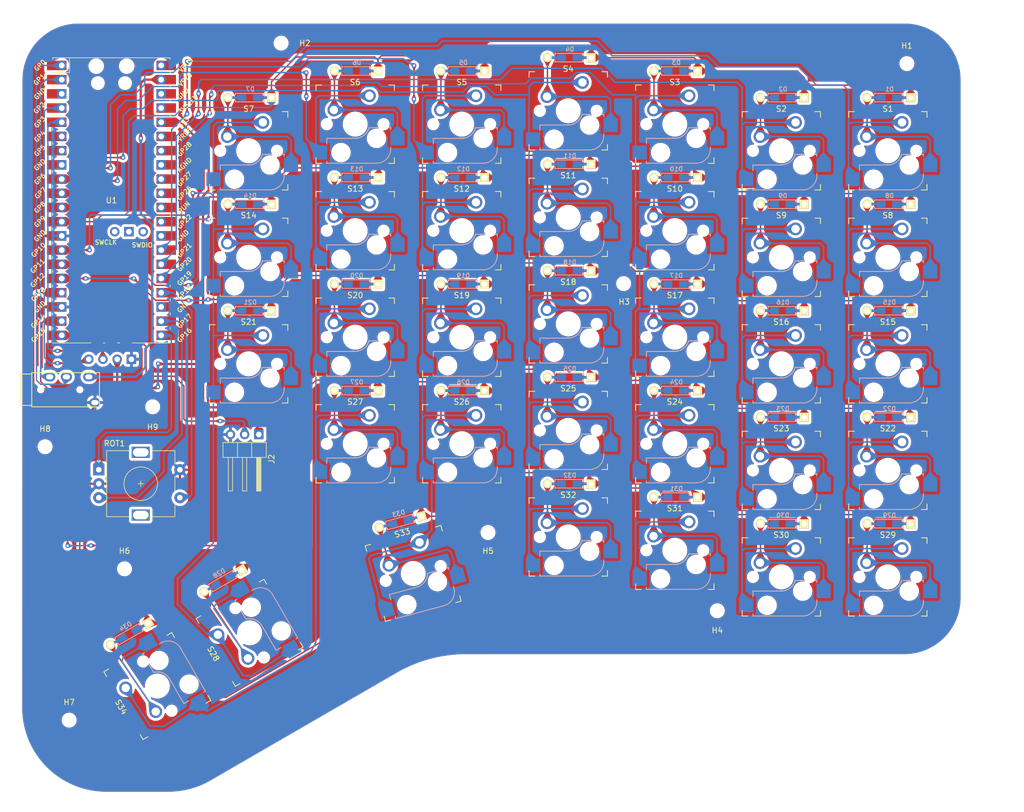
<source format=kicad_pcb>
(kicad_pcb (version 20221018) (generator pcbnew)
  (layers (0 "F.Cu" signal) (31 "B.Cu" signal) (34 "B.Paste" user) (35 "F.Paste" user) (36 "B.SilkS" user "B.Silkscreen") (37 "F.SilkS" user "F.Silkscreen") (38 "B.Mask" user) (39 "F.Mask" user) (44 "Edge.Cuts" user))
  (net 0 "")
  (net 1 "row0")
  (net 2 "Net-(D1-A)")
  (net 3 "Net-(D2-A)")
  (net 4 "Net-(D3-A)")
  (net 5 "Net-(D4-A)")
  (net 6 "Net-(D5-A)")
  (net 7 "Net-(D6-A)")
  (net 8 "row1")
  (net 9 "Net-(D8-A)")
  (net 10 "Net-(D9-A)")
  (net 11 "Net-(D10-A)")
  (net 12 "Net-(D11-A)")
  (net 13 "Net-(D12-A)")
  (net 14 "Net-(D13-A)")
  (net 15 "Net-(D14-A)")
  (net 16 "row2")
  (net 17 "Net-(D15-A)")
  (net 18 "row3")
  (net 19 "Net-(D16-A)")
  (net 20 "Net-(D17-A)")
  (net 21 "Net-(D18-A)")
  (net 22 "Net-(D19-A)")
  (net 23 "Net-(D20-A)")
  (net 24 "Net-(D21-A)")
  (net 25 "Net-(D22-A)")
  (net 26 "Net-(D23-A)")
  (net 27 "Net-(D24-A)")
  (net 28 "Net-(D25-A)")
  (net 29 "Net-(D26-A)")
  (net 30 "Net-(D27-A)")
  (net 31 "Net-(D28-A)")
  (net 32 "row4")
  (net 33 "Net-(D29-A)")
  (net 34 "Net-(D31-A)")
  (net 35 "Net-(D33-A)")
  (net 36 "col0")
  (net 37 "col1")
  (net 38 "col2")
  (net 39 "col3")
  (net 40 "col4")
  (net 41 "col5")
  (net 42 "col6")
  (net 43 "Net-(D30-A)")
  (net 44 "Net-(D32-A)")
  (net 45 "Net-(D34-A)")
  (net 46 "Net-(D7-A)")
  (net 47 "GND")
  (net 48 "VCC")
  (net 49 "SCL")
  (net 50 "SDA")
  (net 51 "TX0")
  (net 52 "RX0")
  (net 55 "VSYS")
  (net 60 "LED1")
  (net 74 "ROT1")
  (net 75 "ROT2")
  (net 76 "B1")
  (footprint "keyswitches:Kailh_socket_MX_optional" (layer "F.Cu") (at 129.04345 91.675)
    (fp_text reference "S25")
    (fp_text value "Keyswitch" hide)
  )
  (footprint "Keebio-Parts:Diode-Hybrid-Back" (layer "F.Cu") (at 125.32345 25.015)
    (fp_text reference "D4")
    (fp_text value "Diode" hide)
  )
  (footprint "keyswitches:Kailh_socket_MX_optional" (layer "F.Cu") (at 167.14345 117.86875)
    (fp_text reference "S30")
    (fp_text value "Keyswitch" hide)
  )
  (footprint "MountingHole:MountingHole_2.2mm_M2" (layer "F.Cu") (at 189.59345 26.07875)
    (fp_text reference "H1")
    (fp_text value "MountingHole" hide)
  )
  (footprint "keyswitches:Kailh_socket_MX_optional" (layer "F.Cu") (at 129.04345 53.575)
    (fp_text reference "S11")
    (fp_text value "Keyswitch" hide)
  )
  (footprint "RPi_Pico:RPi_PicoW_SMD_TH" (layer "F.Cu") (at 47.35845 50.53375)
    (fp_text reference "U1")
    (fp_text value "Pico")
  )
  (footprint "keyswitches:Kailh_socket_MX_optional" (layer "F.Cu") (at 167.14345 79.76875)
    (fp_text reference "S16")
    (fp_text value "Keyswitch" hide)
  )
  (footprint "MountingHole:MountingHole_2.2mm_M2" (layer "F.Cu") (at 114.69345 109.91875)
    (fp_text reference "H5")
    (fp_text value "MountingHole" hide)
  )
  (footprint "MountingHole:MountingHole_2.2mm_M2" (layer "F.Cu") (at 49.69345 116.41875)
    (fp_text reference "H6")
    (fp_text value "MountingHole" hide)
  )
  (footprint "keyswitches:Kailh_socket_MX_optional" (layer "F.Cu") (at 167.14345 60.71875)
    (fp_text reference "S9")
    (fp_text value "Keyswitch" hide)
  )
  (footprint "Keebio-Parts:Diode-Hybrid-Back" (layer "F.Cu") (at 163.42345 51.20875)
    (fp_text reference "D9")
    (fp_text value "Diode" hide)
  )
  (footprint "Keebio-Parts:Diode-Hybrid-Back" (layer "F.Cu") (at 95.259563 109.02741 15)
    (fp_text reference "D33")
    (fp_text value "Diode" hide)
  )
  (footprint "Keebio-Parts:Diode-Hybrid-Back" (layer "F.Cu") (at 63.919541 120.52516 30)
    (fp_text reference "D28")
    (fp_text value "Diode" hide)
  )
  (footprint "Keebio-Parts:Diode-Hybrid-Back" (layer "F.Cu") (at 68.17345 32.15875)
    (fp_text reference "D7")
    (fp_text value "Diode" hide)
  )
  (footprint "keyswitches:Kailh_socket_MX_optional" (layer "F.Cu") (at 101.314176 117.250557 15)
    (fp_text reference "S33")
    (fp_text value "Keyswitch" hide)
  )
  (footprint "keyswitches:Kailh_socket_MX_optional" (layer "F.Cu") (at 90.94345 55.95625)
    (fp_text reference "S13")
    (fp_text value "Keyswitch" hide)
  )
  (footprint "keyswitches:Kailh_socket_MX_optional" (layer "F.Cu") (at 109.99345 55.95625)
    (fp_text reference "S12")
    (fp_text value "Keyswitch" hide)
  )
  (footprint "Keebio-Parts:Diode-Hybrid-Back" (layer "F.Cu") (at 106.27345 65.49625)
    (fp_text reference "D19")
    (fp_text value "Diode" hide)
  )
  (footprint "keyswitches:Kailh_socket_MX_optional" (layer "F.Cu") (at 129.04345 72.625)
    (fp_text reference "S18")
    (fp_text value "Keyswitch" hide)
  )
  (footprint "Keebio-Parts:Diode-Hybrid-Back" (layer "F.Cu") (at 87.22345 65.49625)
    (fp_text reference "D20")
    (fp_text value "Diode" hide)
  )
  (footprint "Keebio-Parts:Diode-Hybrid-Back" (layer "F.Cu") (at 144.37345 84.54625)
    (fp_text reference "D24")
    (fp_text value "Diode" hide)
  )
  (footprint "keyswitches:Kailh_socket_MX_optional" (layer "F.Cu") (at 71.89345 41.66875)
    (fp_text reference "S7")
    (fp_text value "Keyswitch" hide)
  )
  (footprint "keyswitches:Kailh_socket_MX_optional" (layer "F.Cu") (at 148.09345 55.95625)
    (fp_text reference "S10")
    (fp_text value "Keyswitch" hide)
  )
  (footprint "keyswitches:Kailh_socket_MX_optional" (layer "F.Cu") (at 167.14345 41.66875)
    (fp_text reference "S2")
    (fp_text value "Keyswitch" hide)
  )
  (footprint "ScottoKeebs_Components:OLED_128x32" (layer "F.Cu") (at 41.12345 80.54875 90)
    (fp_text reference "J1" hide)
    (fp_text value "OLED_128x32")
  )
  (footprint "Keebio-Parts:Diode-Hybrid-Back" (layer "F.Cu") (at 182.47345 51.20875)
    (fp_text reference "D8")
    (fp_text value "Diode" hide)
  )
  (footprint "keyswitches:Kailh_socket_MX_optional" (layer "F.Cu") (at 148.09345 94.05625)
    (fp_text reference "S24")
    (fp_text value "Keyswitch" hide)
  )
  (footprint "keyswitches:Kailh_socket_MX_optional" (layer "F.Cu") (at 71.89345 60.71875)
    (fp_text reference "S14")
    (fp_text value "Keyswitch" hide)
  )
  (footprint "MountingHole:MountingHole_2.2mm_M2" (layer "F.Cu") (at 77.69345 22.41875)
    (fp_text reference "H2")
    (fp_text value "MountingHole" hide)
  )
  (footprint "Keebio-Parts:Diode-Hybrid-Back" (layer "F.Cu") (at 163.42345 32.15875)
    (fp_text reference "D2")
    (fp_text value "Diode" hide)
  )
  (footprint "MountingHole:MountingHole_2.2mm_M2" (layer "F.Cu") (at 54.73095 87.44375)
    (fp_text reference "H9")
    (fp_text value "MountingHole" hide)
  )
  (footprint "Keebio-Parts:Diode-Hybrid-Back" (layer "F.Cu") (at 106.27345 84.54625)
    (fp_text reference "D26")
    (fp_text value "Diode" hide)
  )
  (footprint "Connector_PinHeader_2.54mm:PinHeader_1x03_P2.54mm_Horizontal" (layer "F.Cu") (at 73.70845 92.39375 -90)
    (fp_text reference "J2")
    (fp_text value "Conn_01x03")
  )
  (footprint "Keebio-Parts:Diode-Hybrid-Back" (layer "F.Cu") (at 106.27345 46.44625)
    (fp_text reference "D12")
    (fp_text value "Diode" hide)
  )
  (footprint "Keebio-Parts:Diode-Hybrid-Back" (layer "F.Cu") (at 125.32345 44.065)
    (fp_text reference "D11")
    (fp_text value "Diode" hide)
  )
  (footprint "Keebio-Parts:Diode-Hybrid-Back" (layer "F.Cu") (at 163.42345 89.30875)
    (fp_text reference "D23")
    (fp_text value "Diode" hide)
  )
  (footprint "keyswitches:Kailh_socket_MX_optional" (layer "F.Cu") (at 72.064416 127.860838 120)
    (fp_text reference "S28")
    (fp_text value "Keyswitch" hide)
  )
  (footprint "keyswitches:Kailh_socket_MX_optional" (layer "F.Cu") (at 90.94345 75.00625)
    (fp_text reference "S20")
    (fp_text value "Keyswitch" hide)
  )
  (footprint "keyswitches:Kailh_socket_MX_optional" (layer "F.Cu") (at 148.09345 36.90625)
    (fp_text reference "S3")
    (fp_text value "Keyswitch" hide)
  )
  (footprint "keyswitches:Kailh_socket_MX_optional" (layer "F.Cu") (at 186.19345 98.81875)
    (fp_text reference "S22")
    (fp_text value "Keyswitch" hide)
  )
  (footprint "keyswitches:Kailh_socket_MX_optional" (layer "F.Cu") (at 148.09345 75.00625)
    (fp_text reference "S17")
    (fp_text value "Keyswitch" hide)
  )
  (footprint "Keebio-Parts:Diode-Hybrid-Back" (layer "F.Cu") (at 87.22345 46.44625)
    (fp_text reference "D13")
    (fp_text value "Diode" hide)
  )
  (footprint "keyswitches:Kailh_socket_MX_optional" (layer "F.Cu") (at 186.19345 60.71875)
    (fp_text reference "S8")
    (fp_text value "Keyswitch" hide)
  )
  (footprint "MountingHole:MountingHole_2.2mm_M2" (layer "F.Cu") (at 155.69345 123.91875)
    (fp_text reference "H4")
    (fp_text value "MountingHole" hide)
  )
  (footprint "Keebio-Parts:Diode-Hybrid-Back" (layer "F.Cu") (at 125.32345 101.215)
    (fp_text reference "D32")
    (fp_text value "Diode" hide)
  )
  (footprint "keyswitches:Kailh_socket_MX_optional" (layer "F.Cu") (at 90.94345 36.90625)
    (fp_text reference "S6")
    (fp_text value "Keyswitch" hide)
  )
  (footprint "Keebio-Parts:Diode-Hybrid-Back" (layer "F.Cu") (at 144.37345 103.59625)
    (fp_text reference "D31")
    (fp_text value "Diode" hide)
  )
  (footprint "keyswitches:Kailh_socket_MX_optional" (layer "F.Cu") (at 186.19345 117.86875)
    (fp_text reference "S29")
    (fp_text value "Keyswitch" hide)
  )
  (footprint "Keebio-Parts:Diode-Hybrid-Back" (layer "F.Cu") (at 87.22345 27.39625)
    (fp_text reference "D6")
    (fp_text value "Diode" hide)
  )
  (footprint "Keebio-Parts:Diode-Hybrid-Back" (layer "F.Cu") (at 87.22345 84.54625)
    (fp_text reference "D27")
    (fp_text value "Diode" hide)
  )
  (footprint "keyswitches:Kailh_socket_MX_optional" (layer "F.Cu") (at 148.09345 113.10625)
    (fp_text reference "S31")
    (fp_text value "Keyswitch" hide)
  )
  (footprint "MountingHole:MountingHole_2.2mm_M2" (layer "F.Cu") (at 138.94345 65.41875)
    (fp_text reference "H3")
    (fp_text value "MountingHole" hide)
  )
  (footprint "Keebio-Parts:Diode-Hybrid-Back" (layer "F.Cu") (at 144.37345 65.49625)
    (fp_text reference "D17")
    (fp_text value "Diode" hide)
  )
  (footprint "Keebio-Parts:Diode-Hybrid-Back" (layer "F.Cu") (at 182.47345 70.25875)
    (fp_text reference "D15")
    (fp_text value "Diode" hide)
  )
  (footprint "keyswitches:Kailh_socket_MX_optional" (layer "F.Cu") (at 186.19345 79.76875)
    (fp_text reference "S15")
    (fp_text value "Keyswitch" hide)
  )
  (footprint "Keebio-Parts:Diode-Hybrid-Back" (layer "F.Cu") (at 144.37345 27.39625)
    (fp_text reference "D3")
    (fp_text value "Diode" hide)
  )
  (footprint "Rotary_Encoder:RotaryEncoder_Alps_EC11E-Switch_Vertical_H20mm" (layer "F.Cu") (at 45.09345 98.7)
    (fp_text reference "ROT1")
    (fp_text value "RotaryEncoder_Switch")
  )
  (footprint "keyswitches:Kailh_socket_MX_optional" (layer "F.Cu") (at 129.04345 110.725)
    (fp_text reference "S32")
    (fp_text value "Keyswitch" hide)
  )
  (footprint "Keebio-Parts:Diode-Hybrid-Back" (layer "F.Cu") (at 163.42345 70.25875)
    (fp_text reference "D16")
    (fp_text value "Diode" hide)
  )
  (footprint "Keebio-Parts:Diode-Hybrid-Back" (layer "F.Cu") (at 68.17345 70.25875)
    (fp_text reference "D21")
    (fp_text value "Diode" hide)
  )
  (footprint "keyswitches:Kailh_socket_MX_optional" (layer "F.Cu") (at 129.04345 34.525)
    (fp_text reference "S4")
    (fp_text value "Keyswitch" hide)
  )
  (footprint "keyswitches:Kailh_socket_MX_optional" (layer "F.Cu") (at 109.99345 75.00625)
    (fp_text reference "S19")
    (fp_text value "Keyswitch" hide)
  )
  (footprint "keyswitches:Kailh_socket_MX_optional" (layer "F.Cu") (at 71.89345 79.76875)
    (fp_text reference "S21")
    (fp_text value "Keyswitch" hide)
  )
  (footprint "Keebio-Parts:Diode-Hybrid-Back" (layer "F.Cu") (at 182.47345 32.15875)
    (fp_text reference "D1")
    (fp_text value "Diode" hide)
  )
  (footprint "Keebio-Parts:Diode-Hybrid-Back" (layer "F.Cu") (at 125.32345 82.165)
    (fp_text reference "D25")
    (fp_text value "Diode" hide)
  )
  (footprint "keyswitches:Kailh_socket_MX_optional" (layer "F.Cu") (at 167.14345 98.81875)
    (fp_text reference "S23")
    (fp_text value "Keyswitch" hide)
  )
  (footprint "Keebio-Parts:Diode-Hybrid-Back" (layer "F.Cu") (at 182.47345 108.35875)
    (fp_text reference "D29")
    (fp_text value "Diode" hide)
  )
  (footprint "Keebio-Parts:Diode-Hybrid-Back" (layer "F.Cu") (at 182.47345 89.30875)
    (fp_text reference "D22")
    (fp_text value "Diode" hide)
  )
  (footprint "Keebio-Parts:Diode-Hybrid-Back" (layer "F.Cu") (at 125.32345 63.115)
    (fp_text reference "D18")
    (fp_text value "Diode" hide)
  )
  (footprint "Keebio-Parts:Diode-Hybrid-Back" (layer "F.Cu") (at 68.17345 51.20875)
    (fp_text reference "D14")
    (fp_text value "Diode" hide)
  )
  (footprint "Keebio-Parts:Diode-Hybrid-Back" (layer "F.Cu") (at 163.42345 108.35875)
    (fp_text reference "D30")
    (fp_text value "Diode" hide)
  )
  (footprint "ScottoKeebs_Components:TRRS_PJ-320A" (layer "F.Cu") (at 33.10595 84.39375 90)
    (fp_text reference "U3")
    (fp_text value "TRRS")
  )
  (footprint "keyswitches:Kailh_socket_MX_optional" (layer "F.Cu") (at 109.99345 94.05625)
    (fp_text reference "S26")
    (fp_text value "Keyswitch" hide)
  )
  (footprint "keyswitches:Kailh_socket_MX_optional" (layer "F.Cu") (at 90.94345 94.05625)
    (fp_text reference "S27")
    (fp_text value "Keyswitch" hide)
  )
  (footprint "keyswitches:Kailh_socket_MX_optional" (layer "F.Cu") (at 109.99345 36.90625)
    (fp_text reference "S5")
    (fp_text value "Keyswitch" hide)
  )
  (footprint "Keebio-Parts:Diode-Hybrid-Back" (layer "F.Cu") (at 106.27345 27.39625)
    (fp_text reference "D5")
    (fp_text value "Diode" hide)
  )
  (footprint "keyswitches:Kailh_socket_MX_optional" (layer "F.Cu") (at 55.566632 137.385838 120)
    (fp_text reference "S34")
    (fp_text value "Keyswitch" hide)
  )
  (footprint "Keebio-Parts:Diode-Hybrid-Back" (layer "F.Cu") (at 47.169541 130.02516 30)
    (fp_text reference "D34")
    (fp_text value "Diode" hide)
  )
  (footprint "MountingHole:MountingHole_2.2mm_M2" (layer "F.Cu") (at 35.4872 94.5875)
    (fp_text reference "H8")
    (fp_text value "MountingHole" hide)
  )
  (footprint "keyswitches:Kailh_socket_MX_optional" (layer "F.Cu") (at 186.19345 41.66875)
    (fp_text reference "S1")
    (fp_text value "Keyswitch" hide)
  )
  (footprint "Keebio-Parts:Diode-Hybrid-Back" (layer "F.Cu") (at 144.37345 46.44625)
    (fp_text reference "D10")
    (fp_text value "Diode" hide)
  )
  (footprint "MountingHole:MountingHole_2.2mm_M2" (layer "F.Cu") (at 39.79345 143.47875)
    (fp_text reference "H7")
    (fp_text value "MountingHole" hide)
  )
  (gr_line (start 199.193416 28.918784) (end 199.193416 121.668784) (stroke (width 0.0381)) (layer "Edge.Cuts"))
  (gr_arc (start 46.399306 156.278784) (mid 35.790624 151.883302) (end 31.399307 141.272895) (stroke (width 0.0381)) (layer "Edge.Cuts"))
  (gr_line (start 189.193416 131.668784) (end 110.832653 131.672385) (stroke (width 0.0381)) (layer "Edge.Cuts"))
  (gr_arc (start 189.193416 18.918784) (mid 196.264518 21.847682) (end 199.193416 28.918784) (stroke (width 0.0381)) (layer "Edge.Cuts"))
  (gr_line (start 31.443416 28.918784) (end 31.399307 141.272895) (stroke (width 0.0381)) (layer "Edge.Cuts"))
  (gr_arc (start 199.193416 121.668784) (mid 196.264483 128.739851) (end 189.193416 131.668784) (stroke (width 0.0381)) (layer "Edge.Cuts"))
  (gr_line (start 98.314071 135.033153) (end 65.079004 154.261843) (stroke (width 0.0381)) (layer "Edge.Cuts"))
  (gr_line (start 57.566335 156.278784) (end 46.399306 156.278784) (stroke (width 0.0381)) (layer "Edge.Cuts"))
  (gr_line (start 189.193416 18.918784) (end 41.443416 18.918784) (stroke (width 0.0381)) (layer "Edge.Cuts"))
  (gr_arc (start 31.443416 28.918784) (mid 34.372288 21.847645) (end 41.443416 18.918784) (stroke (width 0.0381)) (layer "Edge.Cuts"))
  (gr_arc (start 98.314071 135.033153) (mid 104.351765 132.527337) (end 110.832653 131.672385) (stroke (width 0.0381)) (layer "Edge.Cuts"))
  (gr_arc (start 65.079004 154.261843) (mid 61.455685 155.765767) (end 57.566335 156.278784) (stroke (width 0.0381)) (layer "Edge.Cuts"))
  (segment (start 133.12345 23.496614) (end 132.464518 22.837682) (width 0.25) (layer "F.Cu") (net 1))
  (segment (start 75.97345 29.29875) (end 80.384518 24.887682) (width 0.25) (layer "F.Cu") (net 1))
  (segment (start 114.07345 23.98875) (end 115.224518 22.837682) (width 0.25) (layer "F.Cu") (net 1))
  (segment (start 94.424518 24.887682) (end 95.02345 25.486614) (width 0.25) (layer "F.Cu") (net 1))
  (segment (start 190.27345 30.181614) (end 190.014518 29.922682) (width 0.25) (layer "F.Cu") (net 1))
  (segment (start 95.624518 24.677682) (end 95.02345 25.27875) (width 0.25) (layer "F.Cu") (net 1))
  (segment (start 43.43845 59.42375) (end 38.46845 59.42375) (width 0.25) (layer "F.Cu") (net 1))
  (segment (start 80.384518 24.887682) (end 94.424518 24.887682) (width 0.25) (layer "F.Cu") (net 1))
  (segment (start 152.17345 25.625) (end 152.17345 27.39625) (width 0.25) (layer "F.Cu") (net 1))
  (segment (start 151.56345 25.015) (end 152.17345 25.625) (width 0.25) (layer "F.Cu") (net 1))
  (segment (start 115.224518 22.837682) (end 132.464518 22.837682) (width 0.25) (layer "F.Cu") (net 1))
  (segment (start 171.22345 28.605) (end 171.22345 32.15875) (width 0.25) (layer "F.Cu") (net 1))
  (segment (start 114.07345 27.39625) (end 114.07345 25.036614) (width 0.25) (layer "F.Cu") (net 1))
  (segment (start 133.12345 25.015) (end 151.56345 25.015) (width 0.25) (layer "F.Cu") (net 1))
  (segment (start 95.02345 25.27875) (end 95.02345 27.39625) (width 0.25) (layer "F.Cu") (net 1))
  (segment (start 152.17345 27.39625) (end 170.0147 27.39625) (width 0.25) (layer "F.Cu") (net 1))
  (segment (start 114.07345 25.036614) (end 113.714518 24.677682) (width 0.25) (layer "F.Cu") (net 1))
  (segment (start 171.764518 29.922682) (end 171.22345 30.46375) (width 0.25) (layer "F.Cu") (net 1))
  (segment (start 114.07345 27.39625) (end 114.07345 23.98875) (width 0.25) (layer "F.Cu") (net 1))
  (segment (start 190.014518 29.922682) (end 171.764518 29.922682) (width 0.25) (layer "F.Cu") (net 1))
  (segment (start 95.02345 25.486614) (end 95.02345 27.39625) (width 0.25) (layer "F.Cu") (net 1))
  (segment (start 170.0147 27.39625) (end 171.22345 28.605) (width 0.25) (layer "F.Cu") (net 1))
  (segment (start 113.714518 24.677682) (end 95.624518 24.677682) (width 0.25) (layer "F.Cu") (net 1))
  (segment (start 75.97345 29.29875) (end 75.97345 32.15875) (width 0.25) (layer "F.Cu") (net 1))
  (segment (start 133.12345 25.015) (end 133.12345 23.496614) (width 0.25) (layer "F.Cu") (net 1))
  (segment (start 190.27345 32.15875) (end 190.27345 30.181614) (width 0.25) (layer "F.Cu") (net 1))
  (segment (start 171.22345 30.46375) (end 171.22345 32.15875) (width 0.25) (layer "F.Cu") (net 1))
  (segment (start 43.44345 59.41875) (end 43.43845 59.42375) (width 0.25) (layer "F.Cu") (net 1))
  (via (at 43.44345 59.41875) (size 0.8) (drill 0.4) (layers "F.Cu" "B.Cu") (net 1))
  (segment (start 43.664518 53.137682) (end 49.809518 53.137682) (width 0.25) (layer "B.Cu") (net 1))
  (segment (start 58.72345 35.38875) (end 60.19345 33.91875) (width 0.25) (layer "B.Cu") (net 1))
  (segment (start 75.97345 33.63875) (end 75.97345 32.15875) (width 0.25) (layer "B.Cu") (net 1))
  (segment (start 43.44345 53.35875) (end 43.664518 53.137682) (width 0.25) (layer "B.Cu") (net 1))
  (segment (start 50.44345 52.50375) (end 50.44345 36.41875) (width 0.25) (layer "B.Cu") (net 1))
  (segment (start 51.47345 35.38875) (end 58.72345 35.38875) (width 0.25) (layer "B.Cu") (net 1))
  (segment (start 49.809518 53.137682) (end 50.44345 52.50375) (width 0.25) (layer "B.Cu") (net 1))
  (segment (start 43.44345 59.41875) (end 43.44345 53.35875) (width 0.25) (layer "B.Cu") (net 1))
  (segment (start 50.44345 36.41875) (end 51.47345 35.38875) (width 0.25) (layer "B.Cu") (net 1))
  (segment (start 60.19345 33.91875) (end 75.69345 33.91875) (width 0.25) (layer "B.Cu") (net 1))
  (segment (start 75.69345 33.91875) (end 75.97345 33.63875) (width 0.25) (layer "B.Cu") (net 1))
  (segment (start 182.47345 32.15875) (end 182.47345 39.03875) (width 0.25) (layer "F.Cu") (net 2))
  (segment (start 193.75345 39.73875) (end 193.75345 44.20875) (width 0.25) (layer "B.Cu") (net 2))
  (segment (start 193.14345 39.12875) (end 193.75345 39.73875) (width 0.25) (layer "B.Cu") (net 2))
  (segment (start 182.38345 39.12875) (end 193.14345 39.12875) (width 0.25) (layer "B.Cu") (net 2))
  (segment (start 163.42345 32.15875) (end 163.42345 39.03875) (width 0.25) (layer "F.Cu") (net 3))
  (segment (start 163.33345 39.12875) (end 174.09345 39.12875) (width 0.25) (layer "B.Cu") (net 3))
  (segment (start 174.09345 39.12875) (end 174.70345 39.73875) (width 0.25) (layer "B.Cu") (net 3))
  (segment (start 174.70345 39.73875) (end 174.70345 44.20875) (width 0.25) (layer "B.Cu") (net 3))
  (segment (start 144.37345 27.39625) (end 144.37345 34.27625) (width 0.25) (layer "F.Cu") (net 4))
  (segment (start 155.04345 34.36625) (end 155.65345 34.97625) (width 0.25) (layer "B.Cu") (net 4))
  (segment (start 155.65345 34.97625) (end 155.65345 39.44625) (width 0.25) (layer "B.Cu") (net 4))
  (segment (start 144.28345 34.36625) (end 155.04345 34.36625) (width 0.25) (layer "B.Cu") (net 4))
  (segment (start 125.32345 25.015) (end 125.32345 31.895) (width 0.25) (layer "F.Cu") (net 5))
  (segment (start 125.23345 31.985) (end 135.99345 31.985) (width 0.25) (layer "B.Cu") (net 5))
  (segment (start 136.60345 32.595) (end 136.60345 37.065) (width 0.25) (layer "B.Cu") (net 5))
  (segment (start 135.99345 31.985) (end 136.60345 32.595) (width 0.25) (layer "B.Cu") (net 5))
  (segment (start 106.27345 27.39625) (end 106.27345 34.27625) (width 0.25) (layer "F.Cu") (net 6))
  (segment (start 116.94345 34.36625) (end 117.55345 34.97625) (width 0.25) (layer "B.Cu") (net 6))
  (segment (start 117.55345 34.97625) (end 117.55345 39.44625) (width 0.25) (layer "B.Cu") (net 6))
  (segment (start 106.18345 34.36625) (end 116.94345 34.36625) (width 0.25) (layer "B.Cu") (net 6))
  (segment (start 87.22345 27.39625) (end 87.22345 34.27625) (width 0.25) (layer "F.Cu") (net 7))
  (segment (start 97.89345 34.36625) (end 98.50345 34.97625) (width 0.25) (layer "B.Cu") (net 7))
  (segment (start 98.50345 34.97625) (end 98.50345 39.44625) (width 0.25) (layer "B.Cu") (net 7))
  (segment (start 87.13345 34.36625) (end 97.89345 34.36625) (width 0.25) (layer "B.Cu") (net 7))
  (segment (start 133.12345 44.065) (end 140.087643 44.065) (width 0.25) (layer "F.Cu") (net 8))
  (segment (start 64.94345 49.91875) (end 75.72345 49.91875) (width 0.25) (layer "F.Cu") (net 8))
  (segment (start 38.46845 61.96375) (end 51.424518 61.96375) (width 0.25) (layer "F.Cu") (net 8))
  (segment (start 75.97345 50.16875) (end 75.97345 47.795) (width 0.25) (layer "F.Cu") (net 8))
  (segment (start 157.54345 48.975) (end 155.0147 46.44625) (width 0.25) (layer "F.Cu") (net 8))
  (segment (start 132.62345 42.475) (end 133.12345 42.975) (width 0.25) (layer "F.Cu") (net 8))
  (segment (start 75.97345 51.20875) (end 75.97345 50.16875) (width 0.25) (layer "F.Cu") (net 8))
  (segment (start 51.424518 61.96375) (end 55.186484 65.725716) (width 0.25) (layer "F.Cu") (net 8))
  (segment (start 64.69345 53.91875) (end 64.69345 50.16875) (width 0.25) (layer "F.Cu") (net 8))
  (segment (start 155.0147 46.44625) (end 152.17345 46.44625) (width 0.25) (layer "F.Cu") (net 8))
  (segment (start 55.186484 65.725716) (end 61.086484 65.725716) (width 0.25) (layer "F.Cu") (net 8))
  (segment (start 75.72345 49.91875) (end 75.97345 50.16875) (width 0.25) (layer "F.Cu") (net 8))
  (segment (start 79.04345 44.725) (end 94.54345 44.725) (width 0.25) (layer "F.Cu") (net 8))
  (segment (start 190.27345 51.20875) (end 190.27345 49.556614) (width 0.25) (layer "F.Cu") (net 8))
  (segment (start 95.02345 45.205) (end 94.54345 44.725) (width 0.25) (layer "F.Cu") (net 8))
  (segment (start 133.12345 42.975) (end 133.12345 44.065) (width 0.25) (layer "F.Cu") (net 8))
  (segment (start 150.750325 44.431875) (end 140.454518 44.431875) (width 0.25) (layer "F.Cu") (net 8))
  (segment (start 152.17345 45.855) (end 150.750325 44.431875) (width 0.25) (layer "F.Cu") (net 8))
  (segment (start 95.02345 45.245) (end 95.02345 45.205) (width 0.25) (layer "F.Cu") (net 8))
  (segment (start 119.79345 42.475) (end 132.62345 42.475) (width 0.25) (layer "F.Cu") (net 8))
  (segment (start 190.039518 49.322682) (end 190.27345 49.556614) (width 0.25) (layer "F.Cu") (net 8))
  (segment (start 113.29345 44.725) (end 95.54345 44.725) (width 0.25) (layer "F.Cu") (net 8))
  (segment (start 114.07345 46.44625) (end 114.07345 45.505) (width 0.25) (layer "F.Cu") (net 8))
  (segment (start 95.02345 45.245) (end 95.02345 46.44625) (width 0.25) (layer "F.Cu") (net 8))
  (segment (start 61.086484 65.725716) (end 61.124518 65.687682) (width 0.25) (layer "F.Cu") (net 8))
  (segment (start 171.22345 51.20875) (end 171.22345 49.655) (width 0.25) (layer "F.Cu") (net 8))
  (segment (start 114.07345 45.505) (end 113.29345 44.725) (width 0.25) (layer "F.Cu") (net 8))
  (segment (start 64.69345 50.16875) (end 64.94345 49.91875) (width 0.25) (layer "F.Cu") (net 8))
  (segment (start 115.8222 46.44625) (end 119.79345 42.475) (width 0.25) (layer "F.Cu") (net 8))
  (segment (start 171.539518 49.322682) (end 171.22345 49.63875) (width 0.25) (layer "F.Cu") (net 8))
  (segment (start 95.54345 44.725) (end 95.02345 45.245) (width 0.25) (layer "F.Cu") (net 8))
  (segment (start 75.97345 47.795) (end 79.04345 44.725) (width 0.25) (layer "F.Cu") (net 8))
  (segment (start 170.54345 48.975) (end 157.54345 48.975) (width 0.25) (layer "F.Cu") (net 8))
  (segment (start 171.22345 49.655) (end 170.54345 48.975) (width 0.25) (layer "F.Cu") (net 8))
  (segment (start 114.07345 46.44625) (end 115.8222 46.44625) (width 0.25) (layer "F.Cu") (net 8))
  (segment (start 171.539518 49.322682) (end 190.039518 49.322682) (width 0.25) (layer "F.Cu") (net 8))
  (segment (start 171.22345 49.63875) (end 171.22345 51.20875) (width 0.25) (layer "F.Cu") (net 8))
  (segment (start 140.087643 44.065) (end 140.454518 44.431875) (width 0.25) (layer "F.Cu") (net 8))
  (via (at 64.69345 53.91875) (size 0.8) (drill 0.4) (layers "F.Cu" "B.Cu") (net 8))
  (via (at 61.124518 65.687682) (size 0.8) (drill 0.4) (layers "F.Cu" "B.Cu") (net 8))
  (segment (start 61.124518 65.687682) (end 61.614518 65.687682) (width 0.25) (layer "B.Cu") (net 8))
  (segment (start 62.804518 54.057682) (end 62.94345 53.91875) (width 0.25) (layer "B.Cu") (net 8))
  (segment (start 62.94345 53.91875) (end 64.69345 53.91875) (width 0.25) (layer "B.Cu") (net 8))
  (segment (start 61.614518 65.687682) (end 62.804518 64.497682) (width 0.25) (layer "B.Cu") (net 8))
  (segment (start 62.804518 64.497682) (end 62.804518 54.057682) (width 0.25) (layer "B.Cu") (net 8))
  (segment (start 182.47345 51.20875) (end 182.47345 58.08875) (width 0.25) (layer "F.Cu") (net 9))
  (segment (start 193.14345 58.17875) (end 193.75345 58.78875) (width 0.25) (layer "B.Cu") (net 9))
  (segment (start 193.75345 58.78875) (end 193.75345 63.25875) (width 0.25) (layer "B.Cu") (net 9))
  (segment (start 182.38345 58.17875) (end 193.14345 58.17875) (width 0.25) (layer "B.Cu") (net 9))
  (segment (start 163.42345 51.20875) (end 163.42345 58.08875) (width 0.25) (layer "F.Cu") (net 10))
  (segment (start 174.09345 58.17875) (end 174.70345 58.78875) (width 0.25) (layer "B.Cu") (net 10))
  (segment (start 174.70345 58.78875) (end 174.70345 63.25875) (width 0.25) (layer "B.Cu") (net 10))
  (segment (start 163.33345 58.17875) (end 174.09345 58.17875) (width 0.25) (layer "B.Cu") (net 10))
  (segment (start 144.37345 46.44625) (end 144.37345 53.32625) (width 0.25) (layer "F.Cu") (net 11))
  (segment (start 155.65345 54.02625) (end 155.65345 58.49625) (width 0.25) (layer "B.Cu") (net 11))
  (segment (start 155.04345 53.41625) (end 155.65345 54.02625) (width 0.25) (layer "B.Cu") (net 11))
  (segment (start 144.28345 53.41625) (end 155.04345 53.41625) (width 0.25) (layer "B.Cu") (net 11))
  (segment (start 125.32345 44.065) (end 125.32345 50.945) (width 0.25) (layer "F.Cu") (net 12))
  (segment (start 135.99345 51.035) (end 136.60345 51.645) (width 0.25) (layer "B.Cu") (net 12))
  (segment (start 136.60345 51.645) (end 136.60345 56.115) (width 0.25) (layer "B.Cu") (net 12))
  (segment (start 125.23345 51.035) (end 135.99345 51.035) (width 0.25) (layer "B.Cu") (net 12))
  (segment (start 106.27345 46.44625) (end 106.27345 53.32625) (width 0.25) (layer "F.Cu") (net 13))
  (segment (start 106.18345 53.41625) (end 116.94345 53.41625) (width 0.25) (layer "B.Cu") (net 13))
  (segment (start 117.55345 54.02625) (end 117.55345 58.49625) (width 0.25) (layer "B.Cu") (net 13))
  (segment (start 116.94345 53.41625) (end 117.55345 54.02625) (width 0.25) (layer "B.Cu") (net 13))
  (segment (start 87.22345 46.44625) (end 87.22345 53.32625) (width 0.25) (layer "F.Cu") (net 14))
  (segment (start 97.89345 53.41625) (end 98.50345 54.02625) (width 0.25) (layer "B.Cu") (net 14))
  (segment (start 98.50345 54.02625) (end 98.50345 58.49625) (width 0.25) (layer "B.Cu") (net 14))
  (segment (start 87.13345 53.41625) (end 97.89345 53.41625) (width 0.25) (layer "B.Cu") (net 14))
  (segment (start 68.17345 51.20875) (end 68.17345 58.08875) (width 0.25) (layer "F.Cu") (net 15))
  (segment (start 68.08345 58.17875) (end 78.84345 58.17875) (width 0.25) (layer "B.Cu") (net 15))
  (segment (start 78.84345 58.17875) (end 79.45345 58.78875) (width 0.25) (layer "B.Cu") (net 15))
  (segment (start 79.45345 58.78875) (end 79.45345 63.25875) (width 0.25) (layer "B.Cu") (net 15))
  (segment (start 171.22345 70.25875) (end 171.22345 68.905) (width 0.25) (layer "F.Cu") (net 16))
  (segment (start 95.54345 63.975) (end 113.79345 63.975) (width 0.25) (layer "F.Cu") (net 16))
  (segment (start 152.17345 65.49625) (end 152.17345 64.355) (width 0.25) (layer "F.Cu") (net 16))
  (segment (start 55.26345 68.40875) (end 61.134518 68.40875) (width 0.25) (layer "F.Cu") (net 16))
  (segment (start 95.02345 64.475) (end 95.02345 65.49625) (width 0.25) (layer "F.Cu") (net 16))
  (segment (start 157.04345 68.475) (end 154.0647 65.49625) (width 0.25) (layer "F.Cu") (net 16))
  (segment (start 136.65345 63.115) (end 133.12345 63.115) (width 0.25) (layer "F.Cu") (net 16))
  (segment (start 133.12345 62.055) (end 132.79345 61.725) (width 0.25) (layer "F.Cu") (net 16))
  (segment (start 151.04345 63.225) (end 141.04345 63.225) (width 0.25) (layer "F.Cu") (net 16))
  (segment (start 171.22345 68.905) (end 170.79345 68.475) (width 0.25) (layer "F.Cu") (net 16))
  (segment (start 170.79345 68.475) (end 157.04345 68.475) (width 0.25) (layer "F.Cu") (net 16))
  (segment (start 75.97345 67.295) (end 79.29345 63.975) (width 0.25) (layer "F.Cu") (net 16))
  (segment (start 141.04345 63.225) (end 140.29345 62.475) (width 0.25) (layer "F.Cu") (net 16))
  (segment (start 133.12345 63.115) (end 133.12345 62.055) (width 0.25) (layer "F.Cu") (net 16))
  (segment (start 119.54345 61.725) (end 115.7722 65.49625) (width 0.25) (layer "F.Cu") (net 16))
  (segment (start 75.97345 70.25875) (end 75.97345 67.295) (width 0.25) (layer "F.Cu") (net 16))
  (segment (start 171.22345 69.045) (end 171.22345 70.25875) (width 0.25) (layer "F.Cu") (net 16))
  (segment (start 74.864518 68.247682) (end 75.97345 69.356614) (width 0.25) (layer "F.Cu") (net 16))
  (segment (start 79.29345 63.975) (end 94.52345 63.975) (width 0.25) (layer "F.Cu") (net 16))
  (segment (start 51.35845 64.50375) (end 55.26345 68.40875) (width 0.25) (layer "F.Cu") (net 16))
  (segment (start 152.17345 64.355) (end 151.04345 63.225) (width 0.25) (layer "F.Cu") (net 16))
  (segment (start 75.97345 69.356614) (end 75.97345 70.25875) (width 0.25) (layer "F.Cu") (net 16))
  (segment (start 94.52345 63.975) (end 95.02345 64.475) (width 0.25) (layer "F.Cu") (net 16))
  (segment (start 190.27345 70.25875) (end 190.27345 68.705) (width 0.25) (layer "F.Cu") (net 16))
  (segment (start 154.0647 65.49625) (end 152.17345 65.49625) (width 0.25) (layer "F.Cu") (net 16))
  (segment (start 137.29345 62.475) (end 136.65345 63.115) (width 0.25) (layer "F.Cu") (net 16))
  (segment (start 171.79345 68.475) (end 171.22345 69.045) (width 0.25) (layer "F.Cu") (net 16))
  (segment (start 190.04345 68.475) (end 171.79345 68.475) (width 0.25) (layer "F.Cu") (net 16))
  (segment (start 113.79345 63.975) (end 114.07345 64.255) (width 0.25) (layer "F.Cu") (net 16))
  (segment (start 132.79345 61.725) (end 119.54345 61.725) (width 0.25) (layer "F.Cu") (net 16))
  (segment (start 140.29345 62.475) (end 137.29345 62.475) (width 0.25) (layer "F.Cu") (net 16))
  (segment (start 64.634518 68.247682) (end 74.864518 68.247682) (width 0.25) (layer "F.Cu") (net 16))
  (segment (start 95.02345 64.495) (end 95.54345 63.975) (width 0.25) (layer "F.Cu") (net 16))
  (segment (start 190.27345 68.705) (end 190.04345 68.475) (width 0.25) (layer "F.Cu") (net 16))
  (segment (start 114.07345 64.255) (end 114.07345 65.49625) (width 0.25) (layer "F.Cu") (net 16))
  (segment (start 38.46845 64.50375) (end 42.74845 64.50375) (width 0.25) (layer "F.Cu") (net 16))
  (segment (start 95.02345 65.49625) (end 95.02345 64.495) (width 0.25) (layer "F.Cu") (net 16))
  (segment (start 115.7722 65.49625) (end 114.07345 65.49625) (width 0.25) (layer "F.Cu") (net 16))
  (segment (start 42.74845 64.50375) (end 42.754518 64.497682) (width 0.25) (layer "F.Cu") (net 16))
  (via (at 51.35845 64.50375) (size 0.8) (drill 0.4) (layers "F.Cu" "B.Cu") (net 16))
  (via (at 42.754518 64.497682) (size 0.8) (drill 0.4) (layers "F.Cu" "B.Cu") (net 16))
  (via (at 64.634518 68.247682) (size 0.8) (drill 0.4) (layers "F.Cu" "B.Cu") (net 16))
  (via (at 61.134518 68.40875) (size 0.8) (drill 0.4) (layers "F.Cu" "B.Cu") (net 16))
  (segment (start 61.134518 68.40875) (end 64.47345 68.40875) (width 0.25) (layer "B.Cu") (net 16))
  (segment (start 51.352382 64.497682) (end 51.35845 64.50375) (width 0.25) (layer "B.Cu") (net 16))
  (segment (start 64.47345 68.40875) (end 64.634518 68.247682) (width 0.25) (layer "B.Cu") (net 16))
  (segment (start 42.754518 64.497682) (end 51.352382 64.497682) (width 0.25) (layer "B.Cu") (net 16))
  (segment (start 182.47345 70.25875) (end 182.47345 77.13875) (width 0.25) (layer "F.Cu") (net 17))
  (segment (start 193.75345 77.83875) (end 193.75345 82.30875) (width 0.25) (layer "B.Cu") (net 17))
  (segment (start 182.38345 77.22875) (end 193.14345 77.22875) (width 0.25) (layer "B.Cu") (net 17))
  (segment (start 193.14345 77.22875) (end 193.75345 77.83875) (width 0.25) (layer "B.Cu") (net 17))
  (segment (start 157.04345 87.725) (end 153.8647 84.54625) (width 0.25) (layer "F.Cu") (net 18))
  (segment (start 171.54345 87.725) (end 171.22345 88.045) (width 0.25) (layer "F.Cu") (net 18))
  (segment (start 95.02345 83.495) (end 95.54345 82.975) (width 0.25) (layer "F.Cu") (net 18))
  (segment (start 33.44345 67.60875) (end 33.44345 86.66875) (width 0.25) (layer "F.Cu") (net 18))
  (segment (start 39.524518 112.297682) (end 39.524518 92.749818) (width 0.25) (layer "F.Cu") (net 18))
  (segment (start 113.79345 82.975) (end 114.07345 83.255) (width 0.25) (layer "F.Cu") (net 18))
  (segment (start 114.07345 84.54625) (end 115.7222 84.54625) (width 0.25) (layer "F.Cu") (net 18))
  (segment (start 81.69345 113.41875) (end 82.69345 112.41875) (width 0.25) (layer "F.Cu") (net 18))
  (segment (start 189.79345 87.725) (end 171.54345 87.725) (width 0.25) (layer "F.Cu") (net 18))
  (segment (start 132.54345 80.725) (end 133.12345 81.305) (width 0.25) (layer "F.Cu") (net 18))
  (segment (start 133.12345 81.305) (end 133.12345 82.165) (width 0.25) (layer "F.Cu") (net 18))
  (segment (start 171.22345 88.045) (end 171.22345 89.30875) (width 0.25) (layer "F.Cu") (net 18))
  (segment (start 136.04345 82.725) (end 135.48345 82.165) (width 0.25) (layer "F.Cu") (net 18))
  (segment (start 115.7222 84.54625) (end 119.54345 80.725) (width 0.25) (layer "F.Cu") (net 18))
  (segment (start 73.989208 113.460491) (end 81.69345 113.460491) (width 0.25) (layer "F.Cu") (net 18))
  (segment (start 82.69345 112.41875) (end 82.69345 83.91875) (width 0.25) (layer "F.Cu") (net 18))
  (segment (start 190.27345 88.205) (end 189.79345 87.725) (width 0.25) (layer "F.Cu") (net 18))
  (segment (start 43.674518 112.25375) (end 66.96845 112.25375) (width 0.25) (layer "F.Cu") (net 18))
  (segment (start 95.02345 84.54625) (end 95.02345 83.495) (width 0.25) (layer "F.Cu") (net 18))
  (segment (start 82.69345 83.91875) (end 83.94345 82.66875) (width 0.25) (layer "F.Cu") (net 18))
  (segment (start 119.54345 80.725) (end 132.54345 80.725) (width 0.25) (layer "F.Cu") (net 18))
  (segment (start 66.96845 112.25375) (end 70.674539 116.62516) (width 0.25) (layer "F.Cu") (net 18))
  (segment (start 152.17345 83.605) (end 151.29345 82.725) (width 0.25) (layer "F.Cu") (net 18))
  (segment (start 153.8647 84.54625) (end 152.17345 84.54625) (width 0.25) (layer "F.Cu") (net 18))
  (segment (start 151.29345 82.725) (end 136.04345 82.725) (width 0.25) (layer "F.Cu") (net 18))
  (segment (start 170.79345 87.725) (end 157.04345 87.725) (width 0.25) (layer "F.Cu") (net 18))
  (segment (start 95.02345 83.74875) (end 95.02345 84.54625) (width 0.25) (layer "F.Cu") (net 18))
  (segment (start 95.54345 82.975) (end 113.79345 82.975) (width 0.25) (layer "F.Cu") (net 18))
  (segment (start 114.07345 83.255) (end 114.07345 84.54625) (width 0.25) (layer "F.Cu") (net 18))
  (segment (start 171.22345 88.155) (end 170.79345 87.725) (width 0.25) (layer "F.Cu") (net 18))
  (segment (start 93.94345 82.66875) (end 95.02345 83.74875) (width 0.25) (layer "F.Cu") (net 18))
  (segment (start 83.94345 82.66875) (end 93.94345 82.66875) (width 0.25) (layer "F.Cu") (net 18))
  (segment (start 152.17345 84.54625) (end 152.17345 83.605) (width 0.25) (layer "F.Cu") (net 18))
  (segment (start 81.69345 113.460491) (end 81.69345 113.41875) (width 0.25) (layer "F.Cu") (net 18))
  (segment (start 33.44345 86.66875) (end 39.524518 92.749818) (width 0.25) (layer "F.Cu") (net 18))
  (segment (start 34.00845 67.04375) (end 33.44345 67.60875) (width 0.25) (layer "F.Cu") (net 18))
  (segment (start 171.22345 89.30875) (end 171.22345 88.155) (width 0.25) (layer "F.Cu") (net 18))
  (segment (start 190.27345 89.30875) (end 190.27345 88.205) (width 0.25) (layer "F.Cu") (net 18))
  (segment (start 38.46845 67.04375) (end 34.00845 67.04375) (width 0.25) (layer "F.Cu") (net 18))
  (segment (start 135.48345 82.165) (end 133.12345 82.165) (width 0.25) (layer "F.Cu") (net 18))
  (segment (start 71.149539 116.30016) (end 73.989208 113.460491) (width 0.25) (layer "F.Cu") (net 18))
  (via (at 39.524518 112.297682) (size 0.8) (drill 0.4) (layers "F.Cu" "B.Cu") (net 18))
  (via (at 43.674518 112.25375) (size 0.8) (drill 0.4) (layers "F.Cu" "B.Cu") (net 18))
  (segment (start 39.524518 112.297682) (end 43.674518 112.25375) (width 0.25) (layer "B.Cu") (net 18))
  (segment (start 163.42345 70.25875) (end 163.42345 77.13875) (width 0.25) (layer "F.Cu") (net 19))
  (segment (start 174.70345 77.83875) (end 174.70345 82.30875) (width 0.25) (layer "B.Cu") (net 19))
  (segment (start 174.09345 77.22875) (end 174.70345 77.83875) (width 0.25) (layer "B.Cu") (net 19))
  (segment (start 163.33345 77.22875) (end 174.09345 77.22875) (width 0.25) (layer "B.Cu") (net 19))
  (segment (start 144.37345 65.49625) (end 144.37345 72.37625) (width 0.25) (layer "F.Cu") (net 20))
  (segment (start 155.65345 73.07625) (end 155.65345 77.54625) (width 0.25) (layer "B.Cu") (net 20))
  (segment (start 144.28345 72.46625) (end 155.04345 72.46625) (width 0.25) (layer "B.Cu") (net 20))
  (segment (start 155.04345 72.46625) (end 155.65345 73.07625) (width 0.25) (layer "B.Cu") (net 20))
  (segment (start 125.32345 63.115) (end 125.32345 69.995) (width 0.25) (layer "F.Cu") (net 21))
  (segment (start 125.23345 70.085) (end 135.99345 70.085) (width 0.25) (layer "B.Cu") (net 21))
  (segment (start 135.99345 70.085) (end 136.60345 70.695) (width 0.25) (layer "B.Cu") (net 21))
  (segment (start 136.60345 70.695) (end 136.60345 75.165) (width 0.25) (layer "B.Cu") (net 21))
  (segment (start 106.27345 65.49625) (end 106.27345 72.37625) (width 0.25) (layer "F.Cu") (net 22))
  (segment (start 116.94345 72.46625) (end 117.55345 73.07625) (width 0.25) (layer "B.Cu") (net 22))
  (segment (start 117.55345 73.07625) (end 117.55345 77.54625) (width 0.25) (layer "B.Cu") (net 22))
  (segment (start 106.18345 72.46625) (end 116.94345 72.46625) (width 0.25) (layer "B.Cu") (net 22))
  (segment (start 87.22345 65.49625) (end 87.22345 72.37625) (width 0.25) (layer "F.Cu") (net 23))
  (segment (start 98.50345 73.07625) (end 98.50345 77.54625) (width 0.25) (layer "B.Cu") (net 23))
  (segment (start 97.89345 72.46625) (end 98.50345 73.07625) (width 0.25) (layer "B.Cu") (net 23))
  (segment (start 87.13345 72.46625) (end 97.89345 72.46625) (width 0.25) (layer "B.Cu") (net 23))
  (segment (start 68.17345 70.25875) (end 68.17345 77.13875) (width 0.25) (layer "F.Cu") (net 24))
  (segment (start 68.08345 77.22875) (end 78.84345 77.22875) (width 0.25) (layer "B.Cu") (net 24))
  (segment (start 79.45345 77.83875) (end 79.45345 82.30875) (width 0.25) (layer "B.Cu") (net 24))
  (segment (start 78.84345 77.22875) (end 79.45345 77.83875) (width 0.25) (layer "B.Cu") (net 24))
  (segment (start 182.47345 89.30875) (end 182.47345 96.18875) (width 0.25) (layer "F.Cu") (net 25))
  (segment (start 193.75345 96.88875) (end 193.75345 101.35875) (width 0.25) (layer "B.Cu") (net 25))
  (segment (start 193.14345 96.27875) (end 193.75345 96.88875) (width 0.25) (layer "B.Cu") (net 25))
  (segment (start 182.38345 96.27875) (end 193.14345 96.27875) (width 0.25) (layer "B.Cu") (net 25))
  (segment (start 163.42345 89.30875) (end 163.42345 96.18875) (width 0.25) (layer "F.Cu") (net 26))
  (segment (start 163.33345 96.27875) (end 174.09345 96.27875) (width 0.25) (layer "B.Cu") (net 26))
  (segment (start 174.09345 96.27875) (end 174.70345 96.88875) (width 0.25) (layer "B.Cu") (net 26))
  (segment (start 174.70345 96.88875) (end 174.70345 101.35875) (width 0.25) (layer "B.Cu") (net 26))
  (segment (start 144.37345 84.54625) (end 144.37345 91.42625) (width 0.25) (layer "F.Cu") (net 27))
  (segment (start 155.65345 92.12625) (end 155.65345 96.59625) (width 0.25) (layer "B.Cu") (net 27))
  (segment (start 155.04345 91.51625) (end 155.65345 92.12625) (width 0.25) (layer "B.Cu") (net 27))
  (segment (start 144.28345 91.51625) (end 155.04345 91.51625) (width 0.25) (layer "B.Cu") (net 27))
  (segment (start 125.32345 82.165) (end 125.32345 89.045) (width 0.25) (layer "F.Cu") (net 28))
  (segment (start 135.99345 89.135) (end 136.60345 89.745) (width 0.25) (layer "B.Cu") (net 28))
  (segment (start 125.23345 89.135) (end 135.99345 89.135) (width 0.25) (layer "B.Cu") (net 28))
  (segment (start 136.60345 89.745) (end 136.60345 94.215) (width 0.25) (layer "B.Cu") (net 28))
  (segment (start 106.27345 84.54625) (end 106.27345 91.42625) (width 0.25) (layer "F.Cu") (net 29))
  (segment (start 117.55345 92.12625) (end 117.55345 96.59625) (width 0.25) (layer "B.Cu") (net 29))
  (segment (start 106.18345 91.51625) (end 116.94345 91.51625) (width 0.25) (layer "B.Cu") (net 29))
  (segment (start 116.94345 91.51625) (end 117.55345 92.12625) (width 0.25) (layer "B.Cu") (net 29))
  (segment (start 87.22345 84.54625) (end 87.22345 91.42625) (width 0.25) (layer "F.Cu") (net 30))
  (segment (start 97.89345 91.51625) (end 98.50345 92.12625) (width 0.25) (layer "B.Cu") (net 30))
  (segment (start 87.13345 91.51625) (end 97.89345 91.51625) (width 0.25) (layer "B.Cu") (net 30))
  (segment (start 98.50345 92.12625) (end 98.50345 96.59625) (width 0.25) (layer "B.Cu") (net 30))
  (segment (start 63.919541 120.52516) (end 71.769711 132.430395) (width 0.25) (layer "F.Cu") (net 31))
  (segment (start 65.897006 122.871282) (end 70.484121 120.043686) (width 0.25) (layer "B.Cu") (net 31))
  (segment (start 65.897006 122.871282) (end 65.672006 123.521282) (width 0.25) (layer "B.Cu") (net 31))
  (segment (start 71.769711 132.430395) (end 65.672006 123.521282) (width 0.25) (layer "B.Cu") (net 31))
  (segment (start 85.744518 105.387682) (end 85.744518 128.427682) (width 0.25) (layer "F.Cu") (net 32))
  (segment (start 58.09175 126.55545) (end 62.28125 133.39095) (width 0.25) (layer "F.Cu") (net 32))
  (segment (start 53.574539 124.596264) (end 53.924539 126.12516) (width 0.25) (layer "F.Cu") (net 32))
  (segment (start 35.23845 72.12375) (end 34.952018 72.410182) (width 0.25) (layer "F.Cu") (net 32))
  (segment (start 152.17345 103.355) (end 150.79345 101.975) (width 0.25) (layer "F.Cu") (net 32))
  (segment (start 34.69345 80.64375) (end 34.69345 82.91875) (width 0.25) (layer "F.Cu") (net 32))
  (segment (start 34.69345 82.91875) (end 41.69345 89.91875) (width 0.25) (layer "F.Cu") (net 32))
  (segment (start 171.54345 106.725) (end 171.22345 107.045) (width 0.25) (layer "F.Cu") (net 32))
  (segment (start 135.28345 101.215) (end 133.12345 101.215) (width 0.25) (layer "F.Cu") (net 32))
  (segment (start 67.790278 139.400578) (end 84.44345 129.72875) (width 0.25) (layer "F.Cu") (net 32))
  (segment (start 102.793784 107.008621) (end 113.259829 107.008621) (width 0.25) (layer "F.Cu") (net 32))
  (segment (start 48.897024 119.91875) (end 53.574539 124.596264) (width 0.25) (layer "F.Cu") (net 32))
  (segment (start 132.04345 99.225) (end 133.12345 100.305) (width 0.25) (layer "F.Cu") (net 32))
  (segment (start 102.793784 105.316948) (end 102.164518 104.687682) (width 0.25) (layer "F.Cu") (net 32))
  (segment (start 171.22345 107.155) (end 170.79345 106.725) (width 0.25) (layer "F.Cu") (net 32))
  (segment (start 157.04345 106.725) (end 153.9147 103.59625) (width 0.25) (layer "F.Cu") (net 32))
  (segment (start 170.79345 106.725) (end 157.04345 106.725) (width 0.25) (layer "F.Cu") (net 32))
  (segment (start 171.22345 108.35875) (end 171.22345 107.155) (width 0.25) (layer "F.Cu") (net 32))
  (segment (start 113.259829 107.008621) (end 121.04345 99.225) (width 0.25) (layer "F.Cu") (net 32))
  (segment (start 190.27345 106.955) (end 190.04345 106.725) (width 0.25) (layer "F.Cu") (net 32))
  (segment (start 57.91146 126.37516) (end 58.09175 126.55545) (width 0.25) (layer "F.Cu") (net 32))
  (segment (start 136.04345 101.975) (end 135.28345 101.215) (width 0.25) (layer "F.Cu") (net 32))
  (segment (start 34.952018 80.385182) (end 34.69345 80.64375) (width 0.25) (layer "F.Cu") (net 32))
  (segment (start 102.164518 104.687682) (end 86.444518 104.687682) (width 0.25) (layer "F.Cu") (net 32))
  (segment (start 150.79345 101.975) (end 136.04345 101.975) (width 0.25) (layer "F.Cu") (net 32))
  (segment (start 53.924539 126.12516) (end 57.91146 126.37516) (width 0.25) (layer "F.Cu") (net 32))
  (segment (start 102.793784 107.008621) (end 102.793784 105.316948) (width 0.25) (layer "F.Cu") (net 32))
  (segment (start 153.9147 103.59625) (end 152.17345 103.59625) (width 0.25) (layer "F.Cu") (net 32))
  (segment (start 85.744518 128.427682) (end 84.44345 129.72875) (width 0.25) (layer "F.Cu") (net 32))
  (segment (start 121.04345 99.225) (end 132.04345 99.225) (width 0.25) (layer "F.Cu") (net 32))
  (segment (start 34.952018 72.410182) (end 34.952018 80.385182) (width 0.25) (layer "F.Cu") (net 32))
  (segment (start 171.22345 107.045) (end 171.22345 108.35875) (width 0.25) (layer "F.Cu") (net 32))
  (segment (start 41.69345 118.41875) (end 43.19345 119.91875) (width 0.25) (layer "F.Cu") (net 32))
  (segment (start 43.19345 119.91875) (end 48.897024 119.91875) (width 0.25) (layer "F.Cu") (net 32))
  (segment (start 62.28125 133.39095) (end 65.965726 139.306474) (width 0.25) (layer "F.Cu") (net 32))
  (segment (start 38.46845 72.12375) (end 35.23845 72.12375) (width 0.25) (layer "F.Cu") (net 32))
  (segment (start 86.444518 104.687682) (end 85.744518 105.387682) (width 0.25) (layer "F.Cu") (net 32))
  (segment (start 190.27345 108.35875) (end 190.27345 106.955) (width 0.25) (layer "F.Cu") (net 32))
  (segment (start 133.12345 100.305) (end 133.12345 101.215) (width 0.25) (layer "F.Cu") (net 32))
  (segment (start 190.04345 106.725) (end 171.54345 106.725) (width 0.25) (layer "F.Cu") (net 32))
  (segment (start 41.69345 89.91875) (end 41.69345 118.41875) (width 0.25) (layer "F.Cu") (net 32))
  (segment (start 65.965726 139.306474) (end 67.790278 139.400578) (width 0.25) (layer "F.Cu") (net 32))
  (segment (start 182.47345 108.35875) (end 182.47345 115.23875) (width 0.25) (layer "F.Cu") (net 33))
  (segment (start 182.38345 115.32875) (end 193.14345 115.32875) (width 0.25) (layer "B.Cu") (net 33))
  (segment (start 193.14345 115.32875) (end 193.75345 115.93875) (width 0.25) (layer "B.Cu") (net 33))
  (segment (start 193.75345 115.93875) (end 193.75345 120.40875) (width 0.25) (layer "B.Cu") (net 33))
  (segment (start 144.37345 103.59625) (end 144.37345 110.47625) (width 0.25) (layer "F.Cu") (net 34))
  (segment (start 155.65345 111.17625) (end 155.65345 115.64625) (width 0.25) (layer "B.Cu") (net 34))
  (segment (start 155.04345 110.56625) (end 155.65345 111.17625) (width 0.25) (layer "B.Cu") (net 34))
  (segment (start 144.28345 110.56625) (end 155.04345 110.56625) (width 0.25) (layer "B.Cu") (net 34))
  (segment (start 95.259563 109.027409) (end 97.040238 115.672979) (width 0.25) (layer "F.Cu") (net 35))
  (segment (start 96.976598 115.783206) (end 107.36996 112.998313) (width 0.25) (layer "B.Cu") (net 35))
  (segment (start 108.117054 113.429648) (end 109.273976 117.747337) (width 0.25) (layer "B.Cu") (net 35))
  (segment (start 107.36996 112.998313) (end 108.117054 113.429648) (width 0.25) (layer "B.Cu") (net 35))
  (segment (start 60.889518 25.647682) (end 60.889518 35.072682) (width 0.25) (layer "F.Cu") (net 36))
  (via (at 60.889518 35.072682) (size 0.8) (drill 0.4) (layers "F.Cu" "B.Cu") (net 36))
  (via (at 60.889518 25.647682) (size 0.8) (drill 0.4) (layers "F.Cu" "B.Cu") (net 36))
  (segment (start 179.17345 44.475) (end 179.17345 122.21875) (width 0.25) (layer "B.Cu") (net 36))
  (segment (start 105.674518 22.937682) (end 106.584518 22.027682) (width 0.25) (layer "B.Cu") (net 36))
  (segment (start 179.67345 55.63875) (end 188.73345 55.63875) (width 0.25) (layer "B.Cu") (net 36))
  (segment (start 179.67345 74.68875) (end 188.73345 74.68875) (width 0.25) (layer "B.Cu") (net 36))
  (segment (start 173.44345 29.91875) (end 178.19345 29.91875) (width 0.25) (layer "B.Cu") (net 36))
  (segment (start 106.584518 22.027682) (end 134.224518 22.027682) (width 0.25) (layer "B.Cu") (net 36))
  (segment (start 179.19345 38.14875) (end 179.17345 38.16875) (width 0.25) (layer "B.Cu") (net 36))
  (segment (start 179.17345 37.08875) (end 179.67345 36.58875) (width 0.25) (layer "B.Cu") (net 36))
  (segment (start 179.17345 65.06875) (end 179.17345 56.13875) (width 0.25) (layer "B.Cu") (net 36))
  (segment (start 179.67345 112.78875) (end 188.73345 112.78875) (width 0.25) (layer "B.Cu") (net 36))
  (segment (start 179.17345 122.21875) (end 179.17345 113.28875) (width 0.25) (layer "B.Cu") (net 36))
  (segment (start 136.865586 24.66875) (end 153.94345 24.66875) (width 0.25) (layer "B.Cu") (net 36))
  (segment (start 58.124518 37.837682) (end 58.124518 57.547682) (width 0.25) (layer "B.Cu") (net 36))
  (segment (start 179.67345 93.73875) (end 188.73345 93.73875) (width 0.25) (layer "B.Cu") (net 36))
  (segment (start 155.94345 26.66875) (end 170.19345 26.66875) (width 0.25) (layer "B.Cu") (net 36))
  (segment (start 179.17345 103.16875) (end 179.17345 94.23875) (width 0.25) (layer "B.Cu") (net 36))
  (segment (start 82.174518 22.937682) (end 105.674518 22.937682) (width 0.25) (layer "B.Cu") (net 36))
  (segment (start 179.17345 84.11875) (end 179.17345 75.18875) (width 0.25) (layer "B.Cu") (net 36))
  (segment (start 134.224518 22.027682) (end 136.865586 24.66875) (width 0.25) (layer "B.Cu") (net 36))
  (segment (start 179.17345 94.23875) (end 179.67345 93.73875) (width 0.25) (layer "B.Cu") (net 36))
  (segment (start 179.17345 38.16875) (end 179.17345 37.08875) (width 0.25) (layer "B.Cu") (net 36))
  (segment (start 79.44345 25.66875) (end 82.174518 22.937682) (width 0.25) (layer "B.Cu") (net 36))
  (segment (start 179.19345 30.91875) (end 179.19345 38.14875) (width 0.25) (layer "B.Cu") (net 36))
  (segment (start 60.889518 35.072682) (end 58.124518 37.837682) (width 0.25) (layer "B.Cu") (net 36))
  (segment (start 179.17345 44.475) (end 179.17345 38.16875) (width 0.25) (layer "B.Cu") (net 36))
  (segment (start 60.889518 25.647682) (end 79.44345 25.66875) (width 0.25) (layer "B.Cu") (net 36))
  (segment (start 179.17345 113.28875) (end 179.67345 112.78875) (width 0.25) (layer "B.Cu") (net 36))
  (segment (start 179.17345 46.01875) (end 179.17345 44.475) (width 0.25) (layer "B.Cu") (net 36))
  (segment (start 58.124518 57.547682) (end 56.24845 59.42375) (width 0.25) (layer "B.Cu") (net 36))
  (segment (start 178.19345 29.91875) (end 179.19345 30.91875) (width 0.25) (layer "B.Cu") (net 36))
  (segment (start 179.67345 36.58875) (end 188.73345 36.58875) (width 0.25) (layer "B.Cu") (net 36))
  (segment (start 170.19345 26.66875) (end 173.44345 29.91875) (width 0.25) (layer "B.Cu") (net 36))
  (segment (start 179.17345 75.18875) (end 179.67345 74.68875) (width 0.25) (layer "B.Cu") (net 36))
  (segment (start 153.94345 24.66875) (end 155.94345 26.66875) (width 0.25) (layer "B.Cu") (net 36))
  (segment (start 179.17345 56.13875) (end 179.67345 55.63875) (width 0.25) (layer "B.Cu") (net 36))
  (segment (start 62.924518 31.462682) (end 62.924518 35.077682) (width 0.25) (layer "F.Cu") (net 37))
  (via (at 62.939518 31.447682) (size 0.8) (drill 0.4) (layers "F.Cu" "B.Cu") (net 37))
  (via (at 62.924518 35.077682) (size 0.8) (drill 0.4) (layers "F.Cu" "B.Cu") (net 37))
  (segment (start 160.12345 103.16875) (end 160.12345 94.23875) (width 0.25) (layer "B.Cu") (net 37))
  (segment (start 160.12345 122.21875) (end 160.12345 118.475) (width 0.25) (layer "B.Cu") (net 37))
  (segment (start 160.12345 118.475) (end 160.12345 44.725) (width 0.25) (layer "B.Cu") (net 37))
  (segment (start 160.62345 112.78875) (end 169.68345 112.78875) (width 0.25) (layer "B.Cu") (net 37))
  (segment (start 118.94345 26.91875) (end 116.94345 28.91875) (width 0.25) (layer "B.Cu") (net 37))
  (segment (start 160.62345 93.73875) (end 169.68345 93.73875) (width 0.25) (layer "B.Cu") (net 37))
  (segment (start 160.62345 55.63875) (end 169.68345 55.63875) (width 0.25) (layer "B.Cu") (net 37))
  (segment (start 160.12345 37.66875) (end 160.12345 37.08875) (width 0.25) (layer "B.Cu") (net 37))
  (segment (start 160.12345 44.725) (end 160.12345 37.66875) (width 0.25) (layer "B.Cu") (net 37))
  (segment (start 159.19345 29.41875) (end 137.44345 29.41875) (width 0.25) (layer "B.Cu") (net 37))
  (segment (start 160.12345 75.18875) (end 160.62345 74.68875) (width 0.25) (layer "B.Cu") (net 37))
  (segment (start 160.12345 118.475) (end 160.12345 113.28875) (width 0.25) (layer "B.Cu") (net 37))
  (segment (start 58.944518 39.057682) (end 62.924518 35.077682) (width 0.25) (layer "B.Cu") (net 37))
  (segment (start 134.94345 26.91875) (end 118.94345 26.91875) (width 0.25) (layer "B.Cu") (net 37))
  (segment (start 160.12345 94.23875) (end 160.62345 93.73875) (width 0.25) (layer "B.Cu") (net 37))
  (segment (start 63.414518 28.91875) (end 62.939518 29.39375) (width 0.25) (layer "B.Cu") (net 37))
  (segment (start 160.12345 37.08875) (end 160.62345 36.58875) (width 0.25) (layer "B.Cu") (net 37))
  (segment (start 160.62345 36.58875) (end 169.68345 36.58875) (width 0.25) (layer "B.Cu") (net 37))
  (segment (start 160.12345 84.11875) (end 160.12345 75.18875) (width 0.25) (layer "B.Cu") (net 37))
  (segment (start 56.24845 61.96375) (end 58.944518 59.267682) (width 0.25) (layer "B.Cu") (net 37))
  (segment (start 160.12345 56.13875) (end 160.62345 55.63875) (width 0.25) (layer "B.Cu") (net 37))
  (segment (start 160.12345 113.28875) (end 160.62345 112.78875) (width 0.25) (layer "B.Cu") (net 37))
  (segment (start 62.939518 29.39375) (end 62.939518 31.447682) (width 0.25) (layer "B.Cu") (net 37))
  (segment (start 160.12345 46.01875) (end 160.12345 44.725) (width 0.25) (layer "B.Cu") (net 37))
  (segment (start 137.44345 29.41875) (end 134.94345 26.91875) (width 0.25) (layer "B.Cu") (net 37))
  (segment (start 160.12345 37.66875) (end 160.12345 30.34875) (width 0.25) (layer "B.Cu") (net 37))
  (segment (start 63.414518 28.91875) (end 116.94345 28.91875) (width 0.25) (layer "B.Cu") (net 37))
  (segment (start 160.12345 65.06875) (end 160.12345 56.13875) (width 0.25) (layer "B.Cu") (net 37))
  (segment (start 160.62345 74.68875) (end 169.68345 74.68875) (width 0.25) (layer "B.Cu") (net 37))
  (segment (start 160.12345 30.34875) (end 159.19345 29.41875) (width 0.25) (layer "B.Cu") (net 37))
  (segment (start 58.944518 59.267682) (end 58.944518 39.057682) (width 0.25) (layer "B.Cu") (net 37))
  (segment (start 64.939518 31.872682) (end 65.214518 31.597682) (width 0.25) (layer "F.Cu") (net 38))
  (segment (start 64.939518 34.922682) (end 64.939518 31.872682) (width 0.25) (layer "F.Cu") (net 38))
  (via (at 64.939518 34.922682) (size 0.8) (drill 0.4) (layers "F.Cu" "B.Cu") (net 38))
  (via (at 65.214518 31.597682) (size 0.8) (drill 0.4) (layers "F.Cu" "B.Cu") (net 38))
  (segment (start 141.57345 69.92625) (end 141.79345 69.92625) (width 0.25) (layer "B.Cu") (net 38))
  (segment (start 95.69345 30.16875) (end 95.011648 29.486948) (width 0.25) (layer "B.Cu") (net 38))
  (segment (start 141.07345 108.52625) (end 141.57345 108.02625) (width 0.25) (layer "B.Cu") (net 38))
  (segment (start 91.261648 29.986948) (end 65.750252 29.986948) (width 0.25) (layer "B.Cu") (net 38))
  (segment (start 141.07345 89.47625) (end 141.57345 88.97625) (width 0.25) (layer "B.Cu") (net 38))
  (segment (start 65.750252 29.986948) (end 65.264518 30.472682) (width 0.25) (layer "B.Cu") (net 38))
  (segment (start 121.44345 29.66875) (end 110.19345 29.66875) (width 0.25) (layer "B.Cu") (net 38))
  (segment (start 110.19345 29.66875) (end 109.69345 30.16875) (width 0.25) (layer "B.Cu") (net 38))
  (segment (start 141.07345 98.40625) (end 141.07345 89.47625) (width 0.25) (layer "B.Cu") (net 38))
  (segment (start 141.57345 50.87625) (end 150.63345 50.87625) (width 0.25) (layer "B.Cu") (net 38))
  (segment (start 141.07345 117.45625) (end 141.07345 113.475) (width 0.25) (layer "B.Cu") (net 38))
  (segment (start 141.80345 69.91625) (end 141.79345 69.92625) (width 0.25) (layer "B.Cu") (net 38))
  (segment (start 91.761648 29.486948) (end 91.261648 29.986948) (width 0.25) (layer "B.Cu") (net 38))
  (segment (start 141.07345 51.475) (end 141.07345 33.41875) (width 0.25) (layer "B.Cu") (net 38))
  (segment (start 59.864518 60.887682) (end 59.864518 39.997682) (width 0.25) (layer "B.Cu") (net 38))
  (segment (start 141.07345 113.475) (end 141.07345 70.42625) (width 0.25) (layer "B.Cu") (net 38))
  (segment (start 132.94345 27.66875) (end 130.44345 27.66875) (width 0.25) (layer "B.Cu") (net 38))
  (segment (start 141.57345 31.82625) (end 150.63345 31.82625) (width 0.25) (layer "B.Cu") (net 38))
  (segment (start 141.07345 31.66875) (end 136.94345 31.66875) (width 0.25) (layer "B.Cu") (net 38))
  (segment (start 56.24845 64.50375) (end 59.864518 60.887682) (width 0.25) (layer "B.Cu") (net 38))
  (segment (start 141.07345 33.41875) (end 141.07345 32.32625) (width 0.25) (layer "B.Cu") (net 38))
  (segment (start 141.07345 113.475) (end 141.07345 108.52625) (width 0.25) (layer "B.Cu") (net 38))
  (segment (start 65.264518 30.472682) (end 65.264518 31.547682) (width 0.25) (layer "B.Cu") (net 38))
  (segment (start 122.44345 28.66875) (end 121.44345 29.66875) (width 0.25) (layer "B.Cu") (net 38))
  (segment (start 109.69345 30.16875) (end 95.69345 30.16875) (width 0.25) (layer "B.Cu") (net 38))
  (segment (start 136.94345 31.66875) (end 132.94345 27.66875) (width 0.25) (layer "B.Cu") (net 38))
  (segment (start 129.44345 28.66875) (end 122.44345 28.66875) (width 0.25) (layer "B.Cu") (net 38))
  (segment (start 141.07345 51.475) (end 141.07345 51.37625) (width 0.25) (layer "B.Cu") (net 38))
  (segment (start 141.07345 70.42625) (end 141.57345 69.92625) (width 0.25) (layer "B.Cu") (net 38))
  (segment (start 141.57345 88.97625) (end 150.63345 88.97625) (width 0.25) (layer "B.Cu") (net 38))
  (segment (start 141.79345 69.92625) (end 150.63345 69.92625) (width 0.25) (layer "B.Cu") (net 38))
  (segment (start 141.07345 60.30625) (end 141.07345 51.475) (width 0.25) (layer "B.Cu") (net 38))
  (segment (start 141.57345 108.02625) (end 150.63345 108.02625) (width 0.25) (layer "B.Cu") (net 38))
  (segment (start 59.864518 39.997682) (end 64.939518 34.922682) (width 0.25) (layer "B.Cu") (net 38))
  (segment (start 65.264518 31.547682) (end 65.214518 31.597682) (width 0.25) (layer "B.Cu") (net 38))
  (segment (start 130.44345 27.66875) (end 129.44345 28.66875) (width 0.25) (layer "B.Cu") (net 38))
  (segment (start 141.80345 61.03625) (end 141.80345 69.91625) (width 0.25) (layer "B.Cu") (net 38))
  (segment (start 95.011648 29.486948) (end 91.761648 29.486948) (width 0.25) (layer "B.Cu") (net 38))
  (segment (start 141.07345 33.41875) (end 141.07345 31.66875) (width 0.25) (layer "B.Cu") (net 38))
  (segment (start 141.07345 51.37625) (end 141.57345 50.87625) (width 0.25) (layer "B.Cu") (net 38))
  (segment (start 141.07345 32.32625) (end 141.57345 31.82625) (width 0.25) (layer "B.Cu") (net 38))
  (segment (start 38.46845 46.72375) (end 40.814518 46.72375) (width 0.25) (layer "F.Cu") (net 39))
  (segment (start 40.814518 46.72375) (end 44.660586 42.877682) (width 0.25) (layer "F.Cu") (net 39))
  (segment (start 44.660586 42.877682) (end 49.44345 42.877682) (width 0.25) (layer "F.Cu") (net 39))
  (via (at 49.44345 42.877682) (size 0.8) (drill 0.4) (layers "F.Cu" "B.Cu") (net 39))
  (segment (start 94.44345 30.16875) (end 95.44345 31.16875) (width 0.25) (layer "B.Cu") (net 39))
  (segment (start 122.02345 96.025) (end 122.02345 87.095) (width 0.25) (layer "B.Cu") (net 39))
  (segment (start 66.539518 30.91875) (end 91.69345 30.91875) (width 0.25) (layer "B.Cu") (net 39))
  (segment (start 122.02345 113.975) (end 122.02345 106.145) (width 0.25) (layer "B.Cu") (net 39))
  (segment (start 122.7472 29.445) (end 131.58345 29.445) (width 0.25) (layer "B.Cu") (net 39))
  (segment (start 49.44345 42.877682) (end 49.44345 35.41875) (width 0.25) (layer "B.Cu") (net 39))
  (segment (start 54.44345 32.66875) (end 66.14345 32.66875) (width 0.25) (layer "B.Cu") (net 39))
  (segment (start 122.02345 57.925) (end 122.02345 48.995) (width 0.25) (layer "B.Cu") (net 39))
  (segment (start 91.69345 30.91875) (end 92.44345 30.16875) (width 0.25) (layer "B.Cu") (net 39))
  (segment (start 110.19345 31.16875) (end 111.19345 30.16875) (width 0.25) (layer "B.Cu") (net 39))
  (segment (start 66.14345 32.66875) (end 66.339518 32.472682) (width 0.25) (layer "B.Cu") (net 39))
  (segment (start 122.52345 48.495) (end 131.58345 48.495) (width 0.25) (layer "B.Cu") (net 39))
  (segment (start 50.69345 34.16875) (end 52.94345 34.16875) (width 0.25) (layer "B.Cu") (net 39))
  (segment (start 122.02345 30.16875) (end 122.7472 29.445) (width 0.25) (layer "B.Cu") (net 39))
  (segment (start 122.02345 76.975) (end 122.02345 68.045) (width 0.25) (layer "B.Cu") (net 39))
  (segment (start 122.52345 105.645) (end 131.58345 105.645) (width 0.25) (layer "B.Cu") (net 39))
  (segment (start 122.02345 31.66875) (end 122.02345 113.975) (width 0.25) (layer "B.Cu") (net 39))
  (segment (start 122.52345 86.595) (end 131.58345 86.595) (width 0.25) (layer "B.Cu") (net 39))
  (segment (start 95.44345 31.16875) (end 110.19345 31.16875) (width 0.25) (layer "B.Cu") (net 39))
  (segment (start 114.44345 30.16875) (end 115.94345 31.66875) (width 0.25) (layer "B.Cu") (net 39))
  (segment (start 52.94345 34.16875) (end 54.44345 32.66875) (width 0.25) (layer "B.Cu") (net 39))
  (segment (start 122.52345 67.545) (end 131.58345 67.545) (width 0.25) (layer "B.Cu") (net 39))
  (segment (start 122.02345 48.995) (end 122.52345 48.495) (width 0.25) (layer "B.Cu") (net 39))
  (segment (start 122.02345 106.145) (end 122.52345 105.645) (width 0.25) (layer "B.Cu") (net 39))
  (segment (start 122.02345 87.095) (end 122.52345 86.595) (width 0.25) (layer "B.Cu") (net 39))
  (segment (start 92.44345 30.16875) (end 94.44345 30.16875) (width 0.25) (layer "B.Cu") (net 39))
  (segment (start 122.02345 30.16875) (end 122.02345 31.66875) (width 0.25) (layer "B.Cu") (net 39))
  (segment (start 66.339518 31.11875) (end 66.539518 30.91875) (width 0.25) (layer "B.Cu") (net 39))
  (segment (start 122.02345 115.075) (end 122.02345 113.975) (width 0.25) (layer "B.Cu") (net 39))
  (segment (start 111.19345 30.16875) (end 114.44345 30.16875) (width 0.25) (layer "B.Cu") (net 39))
  (segment (start 122.02345 68.045) (end 122.52345 67.545) (width 0.25) (layer "B.Cu") (net 39))
  (segment (start 115.94345 31.66875) (end 122.02345 31.66875) (width 0.25) (layer "B.Cu") (net 39))
  (segment (start 66.339518 32.472682) (end 66.339518 31.11875) (width 0.25) (layer "B.Cu") (net 39))
  (segment (start 49.44345 35.41875) (end 50.69345 34.16875) (width 0.25) (layer "B.Cu") (net 39))
  (segment (start 41.564518 49.26375) (end 46.050586 44.777682) (width 0.25) (layer "F.Cu") (net 40))
  (segment (start 38.46845 49.26375) (end 41.564518 49.26375) (width 0.25) (layer "F.Cu") (net 40))
  (segment (start 46.050586 44.777682) (end 47.19345 44.777682) (width 0.25) (layer "F.Cu") (net 40))
  (segment (start 101.44345 32.41875) (end 101.464518 26.407682) (width 0.25) (layer "F.Cu") (net 40))
  (via (at 101.464518 26.407682) (size 0.8) (drill 0.4) (layers "F.Cu" "B.Cu") (net 40))
  (via (at 47.19345 44.777682) (size 0.8) (drill 0.4) (layers "F.Cu" "B.Cu") (net 40))
  (via (at 101.44345 32.41875) (size 0.8) (drill 0.4) (layers "F.Cu" "B.Cu") (net 40))
  (segment (start 102.97345 95.725) (end 102.97345 32.32625) (width 0.25) (layer "B.Cu") (net 40))
  (segment (start 102.97345 70.42625) (end 103.47345 69.92625) (width 0.25) (layer "B.Cu") (net 40))
  (segment (start 102.97345 79.35625) (end 102.97345 70.42625) (width 0.25) (layer "B.Cu") (net 40))
  (segment (start 53.31845 28.04375) (end 53.31845 29.79375) (width 0.25) (layer "B.Cu") (net 40))
  (segment (start 102.97345 98.40625) (end 102.97345 95.725) (width 0.25) (layer "B.Cu") (net 40))
  (segment (start 93.701539 114.031154) (end 102.452827 111.686253) (width 0.25) (layer "B.Cu") (net 40))
  (segment (start 82.564518 25.16875) (end 81.064518 26.66875) (width 0.25) (layer "B.Cu") (net 40))
  (segment (start 101.464518 26.407682) (end 99.44345 25.16875) (width 0.25) (layer "B.Cu") (net 40))
  (segment (start 99.44345 25.16875) (end 82.564518 25.16875) (width 0.25) (layer "B.Cu") (net 40))
  (segment (start 103.47345 31.82625) (end 112.53345 31.82625) (width 0.25) (layer "B.Cu") (net 40))
  (segment (start 93.347985 114.643526) (end 93.701539 114.031154) (width 0.25) (layer "B.Cu") (net 40))
  (segment (start 104.62345 109.51563) (end 104.62345 100.05625) (width 0.25) (layer "B.Cu") (net 40))
  (segment (start 102.97345 32.32625) (end 103.47345 31.82625) (width 0.25) (layer "B.Cu") (net 40))
  (segment (start 53.31845 29.79375) (end 51.44345 31.66875) (width 0.25) (layer "B.Cu") (net 40))
  (segment (start 101.44345 39.72625) (end 101.44345 32.41875) (width 0.25) (layer "B.Cu") (net 40))
  (segment (start 58.44345 27.66875) (end 53.69345 27.66875) (width 0.25) (layer "B.Cu") (net 40))
  (segment (start 51.44345 31.66875) (end 48.94345 31.66875) (width 0.25) (layer "B.Cu") (net 40))
  (segment (start 103.47345 69.92625) (end 112.53345 69.92625) (width 0.25) (layer "B.Cu") (net 40))
  (segment (start 102.97345 95.725) (end 102.97345 89.47625) (width 0.25) (layer "B.Cu") (net 40))
  (segment (start 47.19345 33.41875) (end 47.19345 44.777682) (width 0.25) (layer "B.Cu") (net 40))
  (segment (start 81.064518 26.66875) (end 59.44345 26.66875) (width 0.25) (layer "B.Cu") (net 40))
  (segment (start 103.47345 50.87625) (end 112.53345 50.87625) (width 0.25) (layer "B.Cu") (net 40))
  (segment (start 59.44345 26.66875) (end 58.44345 27.66875) (width 0.25) (layer "B.Cu") (net 40))
  (segment (start 102.97345 60.30625) (end 102.97345 51.37625) (width 0.25) (layer "B.Cu") (net 40))
  (segment (start 48.94345 31.66875) (end 47.19345 33.41875) (width 0.25) (layer "B.Cu") (net 40))
  (segment (start 102.97345 89.47625) (end 103.47345 88.97625) (width 0.25) (layer "B.Cu") (net 40))
  (segment (start 103.47345 88.97625) (end 112.53345 88.97625) (width 0.25) (layer "B.Cu") (net 40))
  (segment (start 53.69345 27.66875) (end 53.31845 28.04375) (width 0.25) (layer "B.Cu") (net 40))
  (segment (start 102.452827 111.686253) (end 104.62345 109.51563) (width 0.25) (layer "B.Cu") (net 40))
  (segment (start 102.97345 51.37625) (end 103.47345 50.87625) (width 0.25) (layer "B.Cu") (net 40))
  (segment (start 103.70345 41.98625) (end 101.44345 39.72625) (width 0.25) (layer "B.Cu") (net 40))
  (segment (start 95.65924 123.269244) (end 93.347985 114.643526) (width 0.25) (layer "B.Cu") (net 40))
  (segment (start 82.19345 31.91875) (end 82.19345 27.66875) (width 0.25) (layer "F.Cu") (net 41))
  (segment (start 42.494518 51.80375) (end 47.250586 47.047682) (width 0.25) (layer "F.Cu") (net 41))
  (segment (start 47.250586 47.047682) (end 48.44345 47.047682) (width 0.25) (layer "F.Cu") (net 41))
  (segment (start 38.46845 51.80375) (end 42.494518 51.80375) (width 0.25) (layer "F.Cu") (net 41))
  (via (at 48.44345 47.047682) (size 0.8) (drill 0.4) (layers "F.Cu" "B.Cu") (net 41))
  (via (at 82.19345 31.91875) (size 0.8) (drill 0.4) (layers "F.Cu" "B.Cu") (net 41))
  (via (at 82.19345 27.66875) (size 0.8) (drill 0.4) (layers "F.Cu" "B.Cu") (net 41))
  (segment (start 83.098513 131.158813) (end 83.92345 129.50375) (width 0.25) (layer "B.Cu") (net 41))
  (segment (start 63.111041 140.293138) (end 64.41845 141.90375) (width 0.25) (layer "B.Cu") (net 41))
  (segment (start 54.248199 144.474001) (end 56.64345 144.623103) (width 0.25) (layer "B.Cu") (net 41))
  (segment (start 49.897223 137.726133) (end 54.248199 144.474001) (width 0.25) (layer "B.Cu") (net 41))
  (segment (start 48.44345 34.16875) (end 48.44345 47.047682) (width 0.25) (layer "B.Cu") (net 41))
  (segment (start 84.42345 69.92625) (end 93.48345 69.92625) (width 0.25) (layer "B.Cu") (net 41))
  (segment (start 83.92345 79.35625) (end 83.92345 70.42625) (width 0.25) (layer "B.Cu") (net 41))
  (segment (start 60.19345 27.66875) (end 82.19345 27.66875) (width 0.25) (layer "B.Cu") (net 41))
  (segment (start 83.92345 70.42625) (end 84.42345 69.92625) (width 0.25) (layer "B.Cu") (net 41))
  (segment (start 83.92345 32.32625) (end 84.42345 31.82625) (width 0.25) (layer "B.Cu") (net 41))
  (segment (start 54.69345 30.16875) (end 59.44345 30.16875) (width 0.25) (layer "B.Cu") (net 41))
  (segment (start 83.92345 97.41875) (end 83.92345 32.32625) (width 0.25) (layer "B.Cu") (net 41))
  (segment (start 83.92345 89.47625) (end 84.42345 88.97625) (width 0.25) (layer "B.Cu") (net 41))
  (segment (start 83.92345 97.41875) (end 83.92345 104.65375) (width 0.25) (layer "B.Cu") (net 41))
  (segment (start 84.42345 50.87625) (end 93.48345 50.87625) (width 0.25) (layer "B.Cu") (net 41))
  (segment (start 84.42345 88.97625) (end 93.48345 88.97625) (width 0.25) (layer "B.Cu") (net 41))
  (segment (start 49.94345 32.66875) (end 52.19345 32.66875) (width 0.25) (layer "B.Cu") (net 41))
  (segment (start 83.92345 104.65375) (end 83.92345 121.10375) (width 0.25) (layer "B.Cu") (net 41))
  (segment (start 59.44345 30.16875) (end 59.69345 29.91875) (width 0.25) (layer "B.Cu") (net 41))
  (segment (start 64.41845 141.90375) (end 83.098513 131.158813) (width 0.25) (layer "B.Cu") (net 41))
  (segment (start 83.92345 60.30625) (end 83.92345 51.37625) (width 0.25) (layer "B.Cu") (net 41))
  (segment (start 83.92345 124.20375) (end 83.92345 124.68875) (width 0.25) (layer "B.Cu") (net 41))
  (segment (start 49.94345 32.66875) (end 48.44345 34.16875) (width 0.25) (layer "B.Cu") (net 41))
  (segment (start 82.19345 39.52625) (end 82.19345 31.91875) (width 0.25) (layer "B.Cu") (net 41))
  (segment (start 59.69345 28.16875) (end 60.19345 27.66875) (width 0.25) (layer "B.Cu") (net 41))
  (segment (start 83.92345 98.40625) (end 83.92345 89.47625) (width 0.25) (layer "B.Cu") (net 41))
  (segment (start 56.64345 144.623103) (end 63.111041 140.293138) (width 0.25) (layer "B.Cu") (net 41))
  (segment (start 52.19345 32.66875) (end 54.69345 30.16875) (width 0.25) (layer "B.Cu") (net 41))
  (segment (start 83.92345 121.10375) (end 83.92345 124.20375) (width 0.25) (layer "B.Cu") (net 41))
  (segment (start 83.92345 98.40625) (end 83.92345 97.41875) (width 0.25) (layer "B.Cu") (net 41))
  (segment (start 83.92345 51.37625) (end 84.42345 50.87625) (width 0.25) (layer "B.Cu") (net 41))
  (segment (start 84.42345 31.82625) (end 93.48345 31.82625) (width 0.25) (layer "B.Cu") (net 41))
  (segment (start 83.92345 104.65375) (end 83.92345 129.50375) (width 0.25) (layer "B.Cu") (net 41))
  (segment (start 59.69345 29.91875) (end 59.69345 28.16875) (width 0.25) (layer "B.Cu") (net 41))
  (segment (start 84.65345 41.98625) (end 82.19345 39.52625) (width 0.25) (layer "B.Cu") (net 41))
  (segment (start 45.619518 53.16875) (end 44.444518 54.34375) (width 0.25) (layer "F.Cu") (net 42))
  (segment (start 61.894518 52.19875) (end 61.894518 49.227682) (width 0.25) (layer "F.Cu") (net 42))
  (segment (start 44.444518 54.34375) (end 38.46845 54.34375) (width 0.25) (layer "F.Cu") (net 42))
  (segment (start 60.924518 53.16875) (end 61.894518 52.19875) (width 0.25) (layer "F.Cu") (net 42))
  (segment (start 60.924518 53.16875) (end 45.619518 53.16875) (width 0.25) (layer "F.Cu") (net 42))
  (via (at 61.894518 49.227682) (size 0.8) (drill 0.4) (layers "F.Cu" "B.Cu") (net 42))
  (segment (start 65.58755 74.91875) (end 65.58755 111.794182) (width 0.25) (layer "B.Cu") (net 42))
  (segment (start 65.58755 111.794182) (end 59.189518 118.192214) (width 0.25) (layer "B.Cu") (net 42))
  (segment (start 65.58755 37.27465) (end 65.58755 49.777682) (width 0.25) (layer "B.Cu") (net 42))
  (segment (start 59.189518 122.797682) (end 64.592969 128.201133) (width 0.25) (layer "B.Cu") (net 42))
  (segment (start 74.43345 74.68875) (end 65.81755 74.68875) (width 0.25) (layer "B.Cu") (net 42))
  (segment (start 59.189518 118.192214) (end 59.189518 122.797682) (width 0.25) (layer "B.Cu") (net 42))
  (segment (start 65.58755 55.91875) (end 65.58755 74.91875) (width 0.25) (layer "B.Cu") (net 42))
  (segment (start 65.58755 49.777682) (end 65.58755 55.91875) (width 0.25) (layer "B.Cu") (net 42))
  (segment (start 65.86755 55.63875) (end 65.58755 55.91875) (width 0.25) (layer "B.Cu") (net 42))
  (segment (start 72.21845 135.638166) (end 70.840581 135.456619) (width 0.25) (layer "B.Cu") (net 42))
  (segment (start 65.81755 74.68875) (end 65.58755 74.91875) (width 0.25) (layer "B.Cu") (net 42))
  (segment (start 61.894518 49.227682) (end 65.03755 49.227682) (width 0.25) (layer "B.Cu") (net 42))
  (segment (start 66.395007 128.201133) (end 70.840581 135.456619) (width 0.25) (layer "B.Cu") (net 42))
  (segment (start 66.27345 36.58875) (end 65.58755 37.27465) (width 0.25) (layer "B.Cu") (net 42))
  (segment (start 72.21845 135.638166) (end 79.608825 130.768138) (width 0.25) (layer "B.Cu") (net 42))
  (segment (start 74.43345 55.63875) (end 65.86755 55.63875) (width 0.25) (layer "B.Cu") (net 42))
  (segment (start 65.03755 49.227682) (end 65.58755 49.777682) (width 0.25) (layer "B.Cu") (net 42))
  (segment (start 74.43345 36.58875) (end 66.27345 36.58875) (width 0.25) (layer "B.Cu") (net 42))
  (segment (start 64.592969 128.201133) (end 66.395007 128.201133) (width 0.25) (layer "B.Cu") (net 42))
  (segment (start 163.42345 108.35875) (end 163.42345 115.23875) (width 0.25) (layer "F.Cu") (net 43))
  (segment (start 174.70345 115.93875) (end 174.70345 120.40875) (width 0.25) (layer "B.Cu") (net 43))
  (segment (start 174.09345 115.32875) (end 174.70345 115.93875) (width 0.25) (layer "B.Cu") (net 43))
  (segment (start 163.33345 115.32875) (end 174.09345 115.32875) (width 0.25) (layer "B.Cu") (net 43))
  (segment (start 125.32345 101.215) (end 125.32345 108.095) (width 0.25) (layer "F.Cu") (net 44))
  (segment (start 125.23345 108.185) (end 135.99345 108.185) (width 0.25) (layer "B.Cu") (net 44))
  (segment (start 136.60345 108.795) (end 136.60345 113.265) (width 0.25) (layer "B.Cu") (net 44))
  (segment (start 135.99345 108.185) (end 136.60345 108.795) (width 0.25) (layer "B.Cu") (net 44))
  (segment (start 47.169541 130.02516) (end 55.271927 141.955395) (width 0.25) (layer "F.Cu") (net 45))
  (segment (start 49.44345 132.30375) (end 49.21845 132.95375) (width 0.25) (layer "B.Cu") (net 45))
  (segment (start 53.986337 129.568686) (end 49.44345 132.30375) (width 0.25) (layer "B.Cu") (net 45))
  (segment (start 49.21845 132.95375) (end 55.271927 141.955395) (width 0.25) (layer "B.Cu") (net 45))
  (segment (start 68.17345 32.15875) (end 68.17345 39.03875) (width 0.25) (layer "F.Cu") (net 46))
  (segment (start 78.84345 39.12875) (end 79.45345 39.73875) (width 0.25) (layer "B.Cu") (net 46))
  (segment (start 79.45345 39.73875) (end 79.45345 44.20875) (width 0.25) (layer "B.Cu") (net 46))
  (segment (start 68.08345 39.12875) (end 78.84345 39.12875) (width 0.25) (layer "B.Cu") (net 46))
  (segment (start 45.09345 101.2) (end 43.4747 101.2) (width 0.4) (layer "F.Cu") (net 47))
  (segment (start 67.9122 98.7) (end 59.59345 98.7) (width 0.4) (layer "F.Cu") (net 47))
  (segment (start 59.1622 101.2) (end 59.59345 100.76875) (width 0.4) (layer "F.Cu") (net 47))
  (segment (start 43.4747 101.2) (end 43.19345 100.91875) (width 0.4) (layer "F.Cu") (net 47))
  (segment (start 43.19345 100.91875) (end 43.19345 88.66875) (width 0.4) (layer "F.Cu") (net 47))
  (segment (start 68.62845 92.39375) (end 68.62845 97.98375) (width 0.4) (layer "F.Cu") (net 47))
  (segment (start 68.62845 97.98375) (end 67.9122 98.7) (width 0.4) (layer "F.Cu") (net 47))
  (segment (start 45.09345 101.2) (end 59.1622 101.2) (width 0.4) (layer "F.Cu") (net 47))
  (segment (start 43.19345 88.66875) (end 44.40595 87.45625) (width 0.4) (layer "F.Cu") (net 47))
  (segment (start 44.40595 87.45625) (end 44.40595 86.69375) (width 0.4) (layer "F.Cu") (net 47))
  (segment (start 59.59345 100.76875) (end 59.59345 98.7) (width 0.4) (layer "F.Cu") (net 47))
  (segment (start 50.92345 78.94875) (end 50.92345 76.031614) (width 0.4) (layer "B.Cu") (net 47))
  (segment (start 40.639518 73.647682) (end 40.639518 80.425262) (width 0.4) (layer "B.Cu") (net 47))
  (segment (start 41.19345 80.979194) (end 41.19345 82.28125) (width 0.4) (layer "B.Cu") (net 47))
  (segment (start 38.46845 69.58375) (end 39.85845 69.58375) (width 0.4) (layer "B.Cu") (net 47))
  (segment (start 50.92345 76.031614) (end 50.864518 75.972682) (width 0.4) (layer "B.Cu") (net 47))
  (segment (start 40.639518 73.647682) (end 40.639518 70.372682) (width 0.4) (layer "B.Cu") (net 47))
  (segment (start 40.639518 75.597682) (end 40.639518 73.647682) (width 0.4) (layer "B.Cu") (net 47))
  (segment (start 39.850586 69.58375) (end 40.639518 70.372682) (width 0.4) (layer "B.Cu") (net 47))
  (segment (start 40.514518 57.422682) (end 40.514518 68.927682) (width 0.4) (layer "B.Cu") (net 47))
  (segment (start 38.46845 69.58375) (end 39.850586 69.58375) (width 0.4) (layer "B.Cu") (net 47))
  (segment (start 50.864518 75.972682) (end 41.014518 75.972682) (width 0.4) (layer "B.Cu") (net 47))
  (segment (start 38.46845 56.88375) (end 39.975586 56.88375) (width 0.4) (layer "B.Cu") (net 47))
  (segment (start 40.639518 80.425262) (end 41.19345 80.979194) (width 0.4) (layer "B.Cu") (net 47))
  (segment (start 40.514518 68.927682) (end 39.85845 69.58375) (width 0.4) (layer "B.Cu") (net 47))
  (segment (start 39.975586 56.88375) (end 40.514518 57.422682) (width 0.4) (layer "B.Cu") (net 47))
  (segment (start 44.40595 85.49375) (end 44.40595 86.69375) (width 0.4) (layer "B.Cu") (net 47))
  (segment (start 40.639518 75.597682) (end 41.014518 75.972682) (width 0.4) (layer "B.Cu") (net 47))
  (segment (start 41.19345 82.28125) (end 44.40595 85.49375) (width 0.4) (layer "B.Cu") (net 47))
  (segment (start 63.74345 86.837682) (end 64.44345 87.537682) (width 0.4) (layer "F.Cu") (net 48))
  (segment (start 73.70845 87.961614) (end 73.70845 92.39375) (width 0.4) (layer "F.Cu") (net 48))
  (segment (start 63.74345 79.797682) (end 63.74345 86.837682) (width 0.4) (layer "F.Cu") (net 48))
  (segment (start 49.264518 84.097682) (end 55.464518 84.097682) (width 0.4) (layer "F.Cu") (net 48))
  (segment (start 55.464518 84.097682) (end 55.664518 83.897682) (width 0.4) (layer "F.Cu") (net 48))
  (segment (start 63.74345 49.74875) (end 63.74345 79.797682) (width 0.4) (layer "F.Cu") (net 48))
  (segment (start 56.24845 36.56375) (end 59.714518 36.56375) (width 0.4) (layer "F.Cu") (net 48))
  (segment (start 55.789518 79.797682) (end 63.74345 79.797682) (width 0.4) (layer "F.Cu") (net 48))
  (segment (start 64.744518 48.747682) (end 63.74345 49.74875) (width 0.4) (layer "F.Cu") (net 48))
  (segment (start 59.714518 36.56375) (end 64.744518 41.59375) (width 0.4) (layer "F.Cu") (net 48))
  (segment (start 64.744518 41.59375) (end 64.744518 48.747682) (width 0.4) (layer "F.Cu") (net 48))
  (segment (start 55.714518 79.722682) (end 55.789518 79.797682) (width 0.4) (layer "F.Cu") (net 48))
  (segment (start 48.38345 83.216614) (end 49.264518 84.097682) (width 0.4) (layer "F.Cu") (net 48))
  (segment (start 73.284518 87.537682) (end 73.70845 87.961614) (width 0.4) (layer "F.Cu") (net 48))
  (segment (start 48.38345 78.94875) (end 48.38345 83.216614) (width 0.4) (layer "F.Cu") (net 48))
  (segment (start 64.44345 87.537682) (end 73.284518 87.537682) (width 0.4) (layer "F.Cu") (net 48))
  (via (at 55.664518 83.897682) (size 0.8) (drill 0.4) (layers "F.Cu" "B.Cu") (net 48))
  (via (at 55.714518 79.722682) (size 0.8) (drill 0.4) (layers "F.Cu" "B.Cu") (net 48))
  (segment (start 55.664518 79.772682) (end 55.714518 79.722682) (width 0.4) (layer "B.Cu") (net 48))
  (segment (start 55.664518 83.897682) (end 55.664518 79.772682) (width 0.4) (layer "B.Cu") (net 48))
  (segment (start 45.69345 77.447682) (end 45.84345 77.597682) (width 0.25) (layer "F.Cu") (net 49))
  (segment (start 37.714518 77.447682) (end 45.69345 77.447682) (width 0.25) (layer "F.Cu") (net 49))
  (segment (start 45.84345 77.597682) (end 45.84345 78.94875) (width 0.25) (layer "F.Cu") (net 49))
  (via (at 37.714518 77.447682) (size 0.8) (drill 0.4) (layers "F.Cu" "B.Cu") (net 49))
  (segment (start 35.99345 37.07875) (end 35.99345 76.776614) (width 0.25) (layer "B.Cu") (net 49))
  (segment (start 35.99345 37.07875) (end 36.50845 36.56375) (width 0.25) (layer "B.Cu") (net 49))
  (segment (start 35.99345 76.776614) (end 36.664518 77.447682) (width 0.25) (layer "B.Cu") (net 49))
  (segment (start 36.664518 77.447682) (end 37.714518 77.447682) (width 0.25) (layer "B.Cu") (net 49))
  (segment (start 36.50845 36.56375) (end 38.46845 36.56375) (width 0.25) (layer "B.Cu") (net 49))
  (segment (start 42.36345 78.94875) (end 43.30345 78.94875) (width 0.25) (layer "F.Cu") (net 50))
  (segment (start 41.664518 79.647682) (end 42.36345 78.94875) (width 0.25) (layer "F.Cu") (net 50))
  (segment (start 37.714518 79.647682) (end 41.664518 79.647682) (width 0.25) (layer "F.Cu") (net 50))
  (via (at 37.714518 79.647682) (size 0.8) (drill 0.4) (layers "F.Cu" "B.Cu") (net 50))
  (segment (start 36.389518 79.647682) (end 37.714518 79.647682) (width 0.25) (layer "B.Cu") (net 50))
  (segment (start 35.94845 34.02375) (end 38.46845 34.02375) (width 0.25) (layer "B.Cu") (net 50))
  (segment (start 35.34345 34.62875) (end 35.94845 34.02375) (width 0.25) (layer "B.Cu") (net 50))
  (segment (start 35.34345 34.62875) (end 35.34345 78.601614) (width 0.25) (layer "B.Cu") (net 50))
  (segment (start 35.34345 78.601614) (end 36.389518 79.647682) (width 0.25) (layer "B.Cu") (net 50))
  (segment (start 33.94345 26.91875) (end 34.45845 26.40375) (width 0.25) (layer "B.Cu") (net 51))
  (segment (start 34.69345 83.41875) (end 33.94345 82.66875) (width 0.25) (layer "B.Cu") (net 51))
  (segment (start 34.45845 26.40375) (end 38.46845 26.40375) (width 0.25) (layer "B.Cu") (net 51))
  (segment (start 39.30595 82.09375) (end 39.30595 83.05625) (width 0.25) (layer "B.Cu") (net 51))
  (segment (start 38.94345 83.41875) (end 34.69345 83.41875) (width 0.25) (layer "B.Cu") (net 51))
  (segment (start 33.94345 82.66875) (end 33.94345 26.91875) (width 0.25) (layer "B.Cu") (net 51))
  (segment (start 39.30595 83.05625) (end 38.94345 83.41875) (width 0.25) (layer "B.Cu") (net 51))
  (segment (start 38.46845 28.94375) (end 35.66845 28.94375) (width 0.25) (layer "B.Cu") (net 52))
  (segment (start 35.66845 28.94375) (end 34.69345 29.91875) (width 0.25) (layer "B.Cu") (net 52))
  (segment (start 34.86845 82.09375) (end 36.30595 82.09375) (width 0.25) (layer "B.Cu") (net 52))
  (segment (start 34.69345 81.91875) (end 34.86845 82.09375) (width 0.25) (layer "B.Cu") (net 52))
  (segment (start 34.69345 29.91875) (end 34.69345 81.91875) (width 0.25) (layer "B.Cu") (net 52))
  (segment (start 54.44345 28.91875) (end 54.46845 28.94375) (width 0.4) (layer "F.Cu") (net 55))
  (segment (start 56.24845 28.94375) (end 53.22845 28.94375) (width 0.4) (layer "F.Cu") (net 55))
  (segment (start 52.594518 29.577682) (end 52.594518 39.447682) (width 0.4) (layer "F.Cu") (net 55))
  (segment (start 52.594518 29.577682) (end 53.22845 28.94375) (width 0.4) (layer "F.Cu") (net 55))
  (segment (start 54.46845 28.94375) (end 56.24845 28.94375) (width 0.4) (layer "F.Cu") (net 55))
  (via (at 52.594518 39.447682) (size 0.8) (drill 0.4) (layers "F.Cu" "B.Cu") (net 55))
  (segment (start 53.414518 80.41875) (end 53.414518 77.076614) (width 0.4) (layer "B.Cu") (net 55))
  (segment (start 51.739518 82.09375) (end 53.414518 80.41875) (width 0.4) (layer "B.Cu") (net 55))
  (segment (start 53.414518 77.076614) (end 54.64345 75.847682) (width 0.4) (layer "B.Cu") (net 55))
  (segment (start 54.64345 75.847682) (end 54.64345 54.917682) (width 0.4) (layer "B.Cu") (net 55))
  (segment (start 52.594518 52.86875) (end 52.594518 39.447682) (width 0.4) (layer "B.Cu") (net 55))
  (segment (start 43.30595 82.09375) (end 51.739518 82.09375) (width 0.4) (layer "B.Cu") (net 55))
  (segment (start 54.64345 54.917682) (end 52.594518 52.86875) (width 0.4) (layer "B.Cu") (net 55))
  (segment (start 40.239518 74.86875) (end 40.034518 74.66375) (width 0.25) (layer "F.Cu") (net 60))
  (segment (start 52.739518 75.872682) (end 40.239518 75.872682) (width 0.25) (layer "F.Cu") (net 60))
  (segment (start 53.564518 81.972682) (end 53.564518 76.697682) (width 0.25) (layer "F.Cu") (net 60))
  (segment (start 40.239518 75.872682) (end 40.239518 74.86875) (width 0.25) (layer "F.Cu") (net 60))
  (segment (start 66.814518 89.997682) (end 60.664518 89.997682) (width 0.25) (layer "F.Cu") (net 60))
  (segment (start 60.664518 89.997682) (end 60.314518 89.647682) (width 0.25) (layer "F.Cu") (net 60))
  (segment (start 53.564518 76.697682) (end 52.739518 75.872682) (width 0.25) (layer "F.Cu") (net 60))
  (segment (start 60.314518 83.722682) (end 58.564518 81.972682) (width 0.25) (layer "F.Cu") (net 60))
  (segment (start 58.564518 81.972682) (end 53.564518 81.972682) (width 0.25) (layer "F.Cu") (net 60))
  (segment (start 60.314518 89.647682) (end 60.314518 83.722682) (width 0.25) (layer "F.Cu") (net 60))
  (segment (start 40.034518 74.66375) (end 38.46845 74.66375) (width 0.25) (layer "F.Cu") (net 60))
  (via (at 66.814518 89.997682) (size 0.8) (drill 0.4) (layers "F.Cu" "B.Cu") (net 60))
  (segment (start 71.16845 90.347682) (end 71.16845 92.39375) (width 0.25) (layer "B.Cu") (net 60))
  (segment (start 66.814518 89.997682) (end 70.81845 89.997682) (width 0.25) (layer "B.Cu") (net 60))
  (segment (start 70.81845 89.997682) (end 71.16845 90.347682) (width 0.25) (layer "B.Cu") (net 60))
  (segment (start 58.064518 74.847682) (end 57.880586 74.66375) (width 0.25) (layer "B.Cu") (net 74))
  (segment (start 45.09345 98.7) (end 45.09345 93.31875) (width 0.25) (layer "B.Cu") (net 74))
  (segment (start 58.064518 91.322682) (end 58.064518 74.847682) (width 0.25) (layer "B.Cu") (net 74))
  (segment (start 57.369518 92.017682) (end 58.064518 91.322682) (width 0.25) (layer "B.Cu") (net 74))
  (segment (start 46.394518 92.017682) (end 57.369518 92.017682) (width 0.25) (layer "B.Cu") (net 74))
  (segment (start 45.09345 93.31875) (end 46.394518 92.017682) (width 0.25) (layer "B.Cu") (net 74))
  (segment (start 57.880586 74.66375) (end 56.24845 74.66375) (width 0.25) (layer "B.Cu") (net 74))
  (segment (start 56.24845 72.12375) (end 59.140586 72.12375) (width 0.25) (layer "B.Cu") (net 75))
  (segment (start 56.739518 98.99375) (end 52.033268 103.7) (width 0.25) (layer "B.Cu") (net 75))
  (segment (start 52.033268 103.7) (end 45.09345 103.7) (width 0.25) (layer "B.Cu") (net 75))
  (segment (start 59.964518 92.397682) (end 56.739518 95.622682) (width 0.25) (layer "B.Cu") (net 75))
  (segment (start 59.140586 72.12375) (end 59.964518 72.947682) (width 0.25) (layer "B.Cu") (net 75))
  (segment (start 59.964518 72.947682) (end 59.964518 92.397682) (width 0.25) (layer "B.Cu") (net 75))
  (segment (start 56.739518 95.622682) (end 56.739518 98.99375) (width 0.25) (layer "B.Cu") (net 75))
  (segment (start 61.689518 103.175) (end 61.164518 103.7) (width 0.25) (layer "B.Cu") (net 76))
  (segment (start 61.164518 103.7) (end 59.59345 103.7) (width 0.25) (layer "B.Cu") (net 76))
  (segment (start 58.414518 67.04375) (end 61.689518 70.31875) (width 0.25) (layer "B.Cu") (net 76))
  (segment (start 61.689518 70.31875) (end 61.689518 103.175) (width 0.25) (layer "B.Cu") (net 76))
  (segment (start 56.24845 67.04375) (end 58.414518 67.04375) (width 0.25) (layer "B.Cu") (net 76))
  (zone (net 47) (net_name "GND") (layers "F&B.Cu") (connect_pads (clearance 0.5)) (min_thickness 0.25) (fill yes (thermal_gap 0.5) (thermal_bridge_width 0.5))
    (polygon (pts (xy 27.427018 14.703932) (xy 208.170768 14.703932) (xy 210.552018 17.085182) (xy 210.552018 159.960182) (xy 27.427018 159.960182)))
  )
)
</source>
